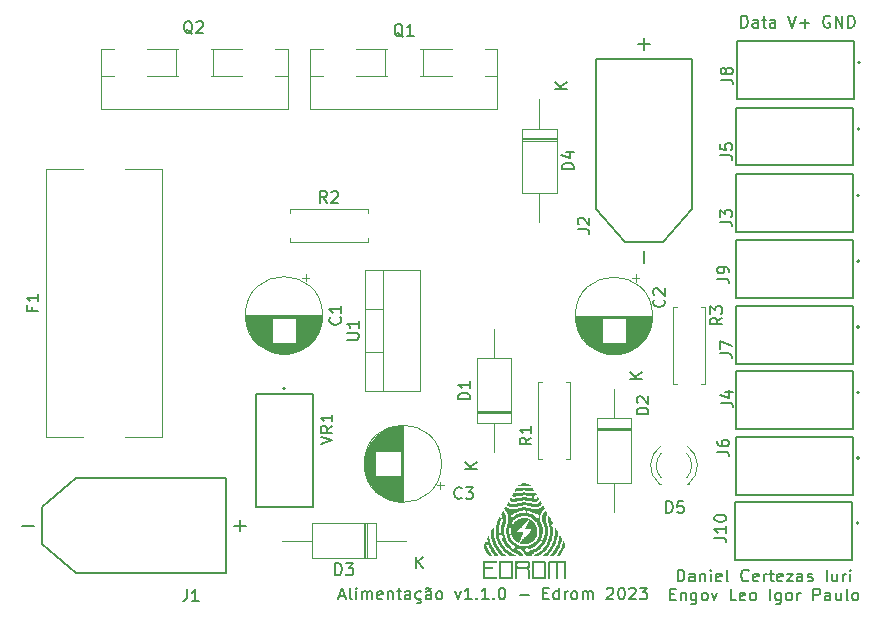
<source format=gbr>
%TF.GenerationSoftware,KiCad,Pcbnew,6.0.2+dfsg-1*%
%TF.CreationDate,2023-08-31T23:14:49-03:00*%
%TF.ProjectId,placa_alimentacao,706c6163-615f-4616-9c69-6d656e746163,rev?*%
%TF.SameCoordinates,Original*%
%TF.FileFunction,Legend,Top*%
%TF.FilePolarity,Positive*%
%FSLAX46Y46*%
G04 Gerber Fmt 4.6, Leading zero omitted, Abs format (unit mm)*
G04 Created by KiCad (PCBNEW 6.0.2+dfsg-1) date 2023-08-31 23:14:49*
%MOMM*%
%LPD*%
G01*
G04 APERTURE LIST*
%ADD10C,0.150000*%
%ADD11C,0.120000*%
%ADD12C,0.127000*%
%ADD13C,0.200000*%
G04 APERTURE END LIST*
D10*
X157790476Y-69497380D02*
X157790476Y-68497380D01*
X158028571Y-68497380D01*
X158171428Y-68545000D01*
X158266666Y-68640238D01*
X158314285Y-68735476D01*
X158361904Y-68925952D01*
X158361904Y-69068809D01*
X158314285Y-69259285D01*
X158266666Y-69354523D01*
X158171428Y-69449761D01*
X158028571Y-69497380D01*
X157790476Y-69497380D01*
X159219047Y-69497380D02*
X159219047Y-68973571D01*
X159171428Y-68878333D01*
X159076190Y-68830714D01*
X158885714Y-68830714D01*
X158790476Y-68878333D01*
X159219047Y-69449761D02*
X159123809Y-69497380D01*
X158885714Y-69497380D01*
X158790476Y-69449761D01*
X158742857Y-69354523D01*
X158742857Y-69259285D01*
X158790476Y-69164047D01*
X158885714Y-69116428D01*
X159123809Y-69116428D01*
X159219047Y-69068809D01*
X159695238Y-68830714D02*
X159695238Y-69497380D01*
X159695238Y-68925952D02*
X159742857Y-68878333D01*
X159838095Y-68830714D01*
X159980952Y-68830714D01*
X160076190Y-68878333D01*
X160123809Y-68973571D01*
X160123809Y-69497380D01*
X160600000Y-69497380D02*
X160600000Y-68830714D01*
X160600000Y-68497380D02*
X160552380Y-68545000D01*
X160600000Y-68592619D01*
X160647619Y-68545000D01*
X160600000Y-68497380D01*
X160600000Y-68592619D01*
X161457142Y-69449761D02*
X161361904Y-69497380D01*
X161171428Y-69497380D01*
X161076190Y-69449761D01*
X161028571Y-69354523D01*
X161028571Y-68973571D01*
X161076190Y-68878333D01*
X161171428Y-68830714D01*
X161361904Y-68830714D01*
X161457142Y-68878333D01*
X161504761Y-68973571D01*
X161504761Y-69068809D01*
X161028571Y-69164047D01*
X162076190Y-69497380D02*
X161980952Y-69449761D01*
X161933333Y-69354523D01*
X161933333Y-68497380D01*
X163790476Y-69402142D02*
X163742857Y-69449761D01*
X163600000Y-69497380D01*
X163504761Y-69497380D01*
X163361904Y-69449761D01*
X163266666Y-69354523D01*
X163219047Y-69259285D01*
X163171428Y-69068809D01*
X163171428Y-68925952D01*
X163219047Y-68735476D01*
X163266666Y-68640238D01*
X163361904Y-68545000D01*
X163504761Y-68497380D01*
X163600000Y-68497380D01*
X163742857Y-68545000D01*
X163790476Y-68592619D01*
X164600000Y-69449761D02*
X164504761Y-69497380D01*
X164314285Y-69497380D01*
X164219047Y-69449761D01*
X164171428Y-69354523D01*
X164171428Y-68973571D01*
X164219047Y-68878333D01*
X164314285Y-68830714D01*
X164504761Y-68830714D01*
X164600000Y-68878333D01*
X164647619Y-68973571D01*
X164647619Y-69068809D01*
X164171428Y-69164047D01*
X165076190Y-69497380D02*
X165076190Y-68830714D01*
X165076190Y-69021190D02*
X165123809Y-68925952D01*
X165171428Y-68878333D01*
X165266666Y-68830714D01*
X165361904Y-68830714D01*
X165552380Y-68830714D02*
X165933333Y-68830714D01*
X165695238Y-68497380D02*
X165695238Y-69354523D01*
X165742857Y-69449761D01*
X165838095Y-69497380D01*
X165933333Y-69497380D01*
X166647619Y-69449761D02*
X166552380Y-69497380D01*
X166361904Y-69497380D01*
X166266666Y-69449761D01*
X166219047Y-69354523D01*
X166219047Y-68973571D01*
X166266666Y-68878333D01*
X166361904Y-68830714D01*
X166552380Y-68830714D01*
X166647619Y-68878333D01*
X166695238Y-68973571D01*
X166695238Y-69068809D01*
X166219047Y-69164047D01*
X167028571Y-68830714D02*
X167552380Y-68830714D01*
X167028571Y-69497380D01*
X167552380Y-69497380D01*
X168361904Y-69497380D02*
X168361904Y-68973571D01*
X168314285Y-68878333D01*
X168219047Y-68830714D01*
X168028571Y-68830714D01*
X167933333Y-68878333D01*
X168361904Y-69449761D02*
X168266666Y-69497380D01*
X168028571Y-69497380D01*
X167933333Y-69449761D01*
X167885714Y-69354523D01*
X167885714Y-69259285D01*
X167933333Y-69164047D01*
X168028571Y-69116428D01*
X168266666Y-69116428D01*
X168361904Y-69068809D01*
X168790476Y-69449761D02*
X168885714Y-69497380D01*
X169076190Y-69497380D01*
X169171428Y-69449761D01*
X169219047Y-69354523D01*
X169219047Y-69306904D01*
X169171428Y-69211666D01*
X169076190Y-69164047D01*
X168933333Y-69164047D01*
X168838095Y-69116428D01*
X168790476Y-69021190D01*
X168790476Y-68973571D01*
X168838095Y-68878333D01*
X168933333Y-68830714D01*
X169076190Y-68830714D01*
X169171428Y-68878333D01*
X170409523Y-69497380D02*
X170409523Y-68497380D01*
X171314285Y-68830714D02*
X171314285Y-69497380D01*
X170885714Y-68830714D02*
X170885714Y-69354523D01*
X170933333Y-69449761D01*
X171028571Y-69497380D01*
X171171428Y-69497380D01*
X171266666Y-69449761D01*
X171314285Y-69402142D01*
X171790476Y-69497380D02*
X171790476Y-68830714D01*
X171790476Y-69021190D02*
X171838095Y-68925952D01*
X171885714Y-68878333D01*
X171980952Y-68830714D01*
X172076190Y-68830714D01*
X172409523Y-69497380D02*
X172409523Y-68830714D01*
X172409523Y-68497380D02*
X172361904Y-68545000D01*
X172409523Y-68592619D01*
X172457142Y-68545000D01*
X172409523Y-68497380D01*
X172409523Y-68592619D01*
X157147619Y-70583571D02*
X157480952Y-70583571D01*
X157623809Y-71107380D02*
X157147619Y-71107380D01*
X157147619Y-70107380D01*
X157623809Y-70107380D01*
X158052380Y-70440714D02*
X158052380Y-71107380D01*
X158052380Y-70535952D02*
X158100000Y-70488333D01*
X158195238Y-70440714D01*
X158338095Y-70440714D01*
X158433333Y-70488333D01*
X158480952Y-70583571D01*
X158480952Y-71107380D01*
X159385714Y-70440714D02*
X159385714Y-71250238D01*
X159338095Y-71345476D01*
X159290476Y-71393095D01*
X159195238Y-71440714D01*
X159052380Y-71440714D01*
X158957142Y-71393095D01*
X159385714Y-71059761D02*
X159290476Y-71107380D01*
X159100000Y-71107380D01*
X159004761Y-71059761D01*
X158957142Y-71012142D01*
X158909523Y-70916904D01*
X158909523Y-70631190D01*
X158957142Y-70535952D01*
X159004761Y-70488333D01*
X159100000Y-70440714D01*
X159290476Y-70440714D01*
X159385714Y-70488333D01*
X160004761Y-71107380D02*
X159909523Y-71059761D01*
X159861904Y-71012142D01*
X159814285Y-70916904D01*
X159814285Y-70631190D01*
X159861904Y-70535952D01*
X159909523Y-70488333D01*
X160004761Y-70440714D01*
X160147619Y-70440714D01*
X160242857Y-70488333D01*
X160290476Y-70535952D01*
X160338095Y-70631190D01*
X160338095Y-70916904D01*
X160290476Y-71012142D01*
X160242857Y-71059761D01*
X160147619Y-71107380D01*
X160004761Y-71107380D01*
X160671428Y-70440714D02*
X160909523Y-71107380D01*
X161147619Y-70440714D01*
X162766666Y-71107380D02*
X162290476Y-71107380D01*
X162290476Y-70107380D01*
X163480952Y-71059761D02*
X163385714Y-71107380D01*
X163195238Y-71107380D01*
X163100000Y-71059761D01*
X163052380Y-70964523D01*
X163052380Y-70583571D01*
X163100000Y-70488333D01*
X163195238Y-70440714D01*
X163385714Y-70440714D01*
X163480952Y-70488333D01*
X163528571Y-70583571D01*
X163528571Y-70678809D01*
X163052380Y-70774047D01*
X164100000Y-71107380D02*
X164004761Y-71059761D01*
X163957142Y-71012142D01*
X163909523Y-70916904D01*
X163909523Y-70631190D01*
X163957142Y-70535952D01*
X164004761Y-70488333D01*
X164100000Y-70440714D01*
X164242857Y-70440714D01*
X164338095Y-70488333D01*
X164385714Y-70535952D01*
X164433333Y-70631190D01*
X164433333Y-70916904D01*
X164385714Y-71012142D01*
X164338095Y-71059761D01*
X164242857Y-71107380D01*
X164100000Y-71107380D01*
X165623809Y-71107380D02*
X165623809Y-70107380D01*
X166528571Y-70440714D02*
X166528571Y-71250238D01*
X166480952Y-71345476D01*
X166433333Y-71393095D01*
X166338095Y-71440714D01*
X166195238Y-71440714D01*
X166100000Y-71393095D01*
X166528571Y-71059761D02*
X166433333Y-71107380D01*
X166242857Y-71107380D01*
X166147619Y-71059761D01*
X166100000Y-71012142D01*
X166052380Y-70916904D01*
X166052380Y-70631190D01*
X166100000Y-70535952D01*
X166147619Y-70488333D01*
X166242857Y-70440714D01*
X166433333Y-70440714D01*
X166528571Y-70488333D01*
X167147619Y-71107380D02*
X167052380Y-71059761D01*
X167004761Y-71012142D01*
X166957142Y-70916904D01*
X166957142Y-70631190D01*
X167004761Y-70535952D01*
X167052380Y-70488333D01*
X167147619Y-70440714D01*
X167290476Y-70440714D01*
X167385714Y-70488333D01*
X167433333Y-70535952D01*
X167480952Y-70631190D01*
X167480952Y-70916904D01*
X167433333Y-71012142D01*
X167385714Y-71059761D01*
X167290476Y-71107380D01*
X167147619Y-71107380D01*
X167909523Y-71107380D02*
X167909523Y-70440714D01*
X167909523Y-70631190D02*
X167957142Y-70535952D01*
X168004761Y-70488333D01*
X168100000Y-70440714D01*
X168195238Y-70440714D01*
X169290476Y-71107380D02*
X169290476Y-70107380D01*
X169671428Y-70107380D01*
X169766666Y-70155000D01*
X169814285Y-70202619D01*
X169861904Y-70297857D01*
X169861904Y-70440714D01*
X169814285Y-70535952D01*
X169766666Y-70583571D01*
X169671428Y-70631190D01*
X169290476Y-70631190D01*
X170719047Y-71107380D02*
X170719047Y-70583571D01*
X170671428Y-70488333D01*
X170576190Y-70440714D01*
X170385714Y-70440714D01*
X170290476Y-70488333D01*
X170719047Y-71059761D02*
X170623809Y-71107380D01*
X170385714Y-71107380D01*
X170290476Y-71059761D01*
X170242857Y-70964523D01*
X170242857Y-70869285D01*
X170290476Y-70774047D01*
X170385714Y-70726428D01*
X170623809Y-70726428D01*
X170719047Y-70678809D01*
X171623809Y-70440714D02*
X171623809Y-71107380D01*
X171195238Y-70440714D02*
X171195238Y-70964523D01*
X171242857Y-71059761D01*
X171338095Y-71107380D01*
X171480952Y-71107380D01*
X171576190Y-71059761D01*
X171623809Y-71012142D01*
X172242857Y-71107380D02*
X172147619Y-71059761D01*
X172100000Y-70964523D01*
X172100000Y-70107380D01*
X172766666Y-71107380D02*
X172671428Y-71059761D01*
X172623809Y-71012142D01*
X172576190Y-70916904D01*
X172576190Y-70631190D01*
X172623809Y-70535952D01*
X172671428Y-70488333D01*
X172766666Y-70440714D01*
X172909523Y-70440714D01*
X173004761Y-70488333D01*
X173052380Y-70535952D01*
X173100000Y-70631190D01*
X173100000Y-70916904D01*
X173052380Y-71012142D01*
X173004761Y-71059761D01*
X172909523Y-71107380D01*
X172766666Y-71107380D01*
X129166953Y-70729006D02*
X129643143Y-70729006D01*
X129071715Y-71014720D02*
X129405048Y-70014720D01*
X129738382Y-71014720D01*
X130214572Y-71014720D02*
X130119334Y-70967101D01*
X130071715Y-70871863D01*
X130071715Y-70014720D01*
X130595524Y-71014720D02*
X130595524Y-70348054D01*
X130595524Y-70014720D02*
X130547905Y-70062340D01*
X130595524Y-70109959D01*
X130643143Y-70062340D01*
X130595524Y-70014720D01*
X130595524Y-70109959D01*
X131071715Y-71014720D02*
X131071715Y-70348054D01*
X131071715Y-70443292D02*
X131119334Y-70395673D01*
X131214572Y-70348054D01*
X131357429Y-70348054D01*
X131452667Y-70395673D01*
X131500286Y-70490911D01*
X131500286Y-71014720D01*
X131500286Y-70490911D02*
X131547905Y-70395673D01*
X131643143Y-70348054D01*
X131786001Y-70348054D01*
X131881239Y-70395673D01*
X131928858Y-70490911D01*
X131928858Y-71014720D01*
X132786001Y-70967101D02*
X132690763Y-71014720D01*
X132500286Y-71014720D01*
X132405048Y-70967101D01*
X132357429Y-70871863D01*
X132357429Y-70490911D01*
X132405048Y-70395673D01*
X132500286Y-70348054D01*
X132690763Y-70348054D01*
X132786001Y-70395673D01*
X132833620Y-70490911D01*
X132833620Y-70586149D01*
X132357429Y-70681387D01*
X133262191Y-70348054D02*
X133262191Y-71014720D01*
X133262191Y-70443292D02*
X133309810Y-70395673D01*
X133405048Y-70348054D01*
X133547905Y-70348054D01*
X133643143Y-70395673D01*
X133690763Y-70490911D01*
X133690763Y-71014720D01*
X134024096Y-70348054D02*
X134405048Y-70348054D01*
X134166953Y-70014720D02*
X134166953Y-70871863D01*
X134214572Y-70967101D01*
X134309810Y-71014720D01*
X134405048Y-71014720D01*
X135166953Y-71014720D02*
X135166953Y-70490911D01*
X135119334Y-70395673D01*
X135024096Y-70348054D01*
X134833620Y-70348054D01*
X134738382Y-70395673D01*
X135166953Y-70967101D02*
X135071715Y-71014720D01*
X134833620Y-71014720D01*
X134738382Y-70967101D01*
X134690763Y-70871863D01*
X134690763Y-70776625D01*
X134738382Y-70681387D01*
X134833620Y-70633768D01*
X135071715Y-70633768D01*
X135166953Y-70586149D01*
X136071715Y-70967101D02*
X135976477Y-71014720D01*
X135786001Y-71014720D01*
X135690763Y-70967101D01*
X135643143Y-70919482D01*
X135595524Y-70824244D01*
X135595524Y-70538530D01*
X135643143Y-70443292D01*
X135690763Y-70395673D01*
X135786001Y-70348054D01*
X135976477Y-70348054D01*
X136071715Y-70395673D01*
X135881239Y-71062340D02*
X135976477Y-71109959D01*
X136024096Y-71205197D01*
X135976477Y-71300435D01*
X135881239Y-71348054D01*
X135738382Y-71348054D01*
X136928858Y-71014720D02*
X136928858Y-70490911D01*
X136881239Y-70395673D01*
X136786001Y-70348054D01*
X136595524Y-70348054D01*
X136500286Y-70395673D01*
X136928858Y-70967101D02*
X136833620Y-71014720D01*
X136595524Y-71014720D01*
X136500286Y-70967101D01*
X136452667Y-70871863D01*
X136452667Y-70776625D01*
X136500286Y-70681387D01*
X136595524Y-70633768D01*
X136833620Y-70633768D01*
X136928858Y-70586149D01*
X136452667Y-70109959D02*
X136500286Y-70062340D01*
X136595524Y-70014720D01*
X136786001Y-70109959D01*
X136881239Y-70062340D01*
X136928858Y-70014720D01*
X137547905Y-71014720D02*
X137452667Y-70967101D01*
X137405048Y-70919482D01*
X137357429Y-70824244D01*
X137357429Y-70538530D01*
X137405048Y-70443292D01*
X137452667Y-70395673D01*
X137547905Y-70348054D01*
X137690763Y-70348054D01*
X137786001Y-70395673D01*
X137833620Y-70443292D01*
X137881239Y-70538530D01*
X137881239Y-70824244D01*
X137833620Y-70919482D01*
X137786001Y-70967101D01*
X137690763Y-71014720D01*
X137547905Y-71014720D01*
X138976477Y-70348054D02*
X139214572Y-71014720D01*
X139452667Y-70348054D01*
X140357429Y-71014720D02*
X139786001Y-71014720D01*
X140071715Y-71014720D02*
X140071715Y-70014720D01*
X139976477Y-70157578D01*
X139881239Y-70252816D01*
X139786001Y-70300435D01*
X140786001Y-70919482D02*
X140833620Y-70967101D01*
X140786001Y-71014720D01*
X140738382Y-70967101D01*
X140786001Y-70919482D01*
X140786001Y-71014720D01*
X141786001Y-71014720D02*
X141214572Y-71014720D01*
X141500286Y-71014720D02*
X141500286Y-70014720D01*
X141405048Y-70157578D01*
X141309810Y-70252816D01*
X141214572Y-70300435D01*
X142214572Y-70919482D02*
X142262191Y-70967101D01*
X142214572Y-71014720D01*
X142166953Y-70967101D01*
X142214572Y-70919482D01*
X142214572Y-71014720D01*
X142881239Y-70014720D02*
X142976477Y-70014720D01*
X143071715Y-70062340D01*
X143119334Y-70109959D01*
X143166953Y-70205197D01*
X143214572Y-70395673D01*
X143214572Y-70633768D01*
X143166953Y-70824244D01*
X143119334Y-70919482D01*
X143071715Y-70967101D01*
X142976477Y-71014720D01*
X142881239Y-71014720D01*
X142786001Y-70967101D01*
X142738382Y-70919482D01*
X142690763Y-70824244D01*
X142643143Y-70633768D01*
X142643143Y-70395673D01*
X142690763Y-70205197D01*
X142738382Y-70109959D01*
X142786001Y-70062340D01*
X142881239Y-70014720D01*
X144405048Y-70633768D02*
X145166953Y-70633768D01*
X146405048Y-70490911D02*
X146738382Y-70490911D01*
X146881239Y-71014720D02*
X146405048Y-71014720D01*
X146405048Y-70014720D01*
X146881239Y-70014720D01*
X147738382Y-71014720D02*
X147738382Y-70014720D01*
X147738382Y-70967101D02*
X147643143Y-71014720D01*
X147452667Y-71014720D01*
X147357429Y-70967101D01*
X147309810Y-70919482D01*
X147262191Y-70824244D01*
X147262191Y-70538530D01*
X147309810Y-70443292D01*
X147357429Y-70395673D01*
X147452667Y-70348054D01*
X147643143Y-70348054D01*
X147738382Y-70395673D01*
X148214572Y-71014720D02*
X148214572Y-70348054D01*
X148214572Y-70538530D02*
X148262191Y-70443292D01*
X148309810Y-70395673D01*
X148405048Y-70348054D01*
X148500286Y-70348054D01*
X148976477Y-71014720D02*
X148881239Y-70967101D01*
X148833620Y-70919482D01*
X148786001Y-70824244D01*
X148786001Y-70538530D01*
X148833620Y-70443292D01*
X148881239Y-70395673D01*
X148976477Y-70348054D01*
X149119334Y-70348054D01*
X149214572Y-70395673D01*
X149262191Y-70443292D01*
X149309810Y-70538530D01*
X149309810Y-70824244D01*
X149262191Y-70919482D01*
X149214572Y-70967101D01*
X149119334Y-71014720D01*
X148976477Y-71014720D01*
X149738382Y-71014720D02*
X149738382Y-70348054D01*
X149738382Y-70443292D02*
X149786001Y-70395673D01*
X149881239Y-70348054D01*
X150024096Y-70348054D01*
X150119334Y-70395673D01*
X150166953Y-70490911D01*
X150166953Y-71014720D01*
X150166953Y-70490911D02*
X150214572Y-70395673D01*
X150309810Y-70348054D01*
X150452667Y-70348054D01*
X150547905Y-70395673D01*
X150595524Y-70490911D01*
X150595524Y-71014720D01*
X151786001Y-70109959D02*
X151833620Y-70062340D01*
X151928858Y-70014720D01*
X152166953Y-70014720D01*
X152262191Y-70062340D01*
X152309810Y-70109959D01*
X152357429Y-70205197D01*
X152357429Y-70300435D01*
X152309810Y-70443292D01*
X151738382Y-71014720D01*
X152357429Y-71014720D01*
X152976477Y-70014720D02*
X153071715Y-70014720D01*
X153166953Y-70062340D01*
X153214572Y-70109959D01*
X153262191Y-70205197D01*
X153309810Y-70395673D01*
X153309810Y-70633768D01*
X153262191Y-70824244D01*
X153214572Y-70919482D01*
X153166953Y-70967101D01*
X153071715Y-71014720D01*
X152976477Y-71014720D01*
X152881239Y-70967101D01*
X152833620Y-70919482D01*
X152786001Y-70824244D01*
X152738382Y-70633768D01*
X152738382Y-70395673D01*
X152786001Y-70205197D01*
X152833620Y-70109959D01*
X152881239Y-70062340D01*
X152976477Y-70014720D01*
X153690763Y-70109959D02*
X153738382Y-70062340D01*
X153833620Y-70014720D01*
X154071715Y-70014720D01*
X154166953Y-70062340D01*
X154214572Y-70109959D01*
X154262191Y-70205197D01*
X154262191Y-70300435D01*
X154214572Y-70443292D01*
X153643143Y-71014720D01*
X154262191Y-71014720D01*
X154595524Y-70014720D02*
X155214572Y-70014720D01*
X154881239Y-70395673D01*
X155024096Y-70395673D01*
X155119334Y-70443292D01*
X155166953Y-70490911D01*
X155214572Y-70586149D01*
X155214572Y-70824244D01*
X155166953Y-70919482D01*
X155119334Y-70967101D01*
X155024096Y-71014720D01*
X154738382Y-71014720D01*
X154643143Y-70967101D01*
X154595524Y-70919482D01*
X163161229Y-22608040D02*
X163161229Y-21608040D01*
X163399324Y-21608040D01*
X163542182Y-21655660D01*
X163637420Y-21750898D01*
X163685039Y-21846136D01*
X163732658Y-22036612D01*
X163732658Y-22179469D01*
X163685039Y-22369945D01*
X163637420Y-22465183D01*
X163542182Y-22560421D01*
X163399324Y-22608040D01*
X163161229Y-22608040D01*
X164589801Y-22608040D02*
X164589801Y-22084231D01*
X164542182Y-21988993D01*
X164446944Y-21941374D01*
X164256467Y-21941374D01*
X164161229Y-21988993D01*
X164589801Y-22560421D02*
X164494563Y-22608040D01*
X164256467Y-22608040D01*
X164161229Y-22560421D01*
X164113610Y-22465183D01*
X164113610Y-22369945D01*
X164161229Y-22274707D01*
X164256467Y-22227088D01*
X164494563Y-22227088D01*
X164589801Y-22179469D01*
X164923134Y-21941374D02*
X165304086Y-21941374D01*
X165065991Y-21608040D02*
X165065991Y-22465183D01*
X165113610Y-22560421D01*
X165208848Y-22608040D01*
X165304086Y-22608040D01*
X166065991Y-22608040D02*
X166065991Y-22084231D01*
X166018372Y-21988993D01*
X165923134Y-21941374D01*
X165732658Y-21941374D01*
X165637420Y-21988993D01*
X166065991Y-22560421D02*
X165970753Y-22608040D01*
X165732658Y-22608040D01*
X165637420Y-22560421D01*
X165589801Y-22465183D01*
X165589801Y-22369945D01*
X165637420Y-22274707D01*
X165732658Y-22227088D01*
X165970753Y-22227088D01*
X166065991Y-22179469D01*
X167161229Y-21608040D02*
X167494563Y-22608040D01*
X167827896Y-21608040D01*
X168161229Y-22227088D02*
X168923134Y-22227088D01*
X168542182Y-22608040D02*
X168542182Y-21846136D01*
X170685039Y-21655660D02*
X170589801Y-21608040D01*
X170446944Y-21608040D01*
X170304086Y-21655660D01*
X170208848Y-21750898D01*
X170161229Y-21846136D01*
X170113610Y-22036612D01*
X170113610Y-22179469D01*
X170161229Y-22369945D01*
X170208848Y-22465183D01*
X170304086Y-22560421D01*
X170446944Y-22608040D01*
X170542182Y-22608040D01*
X170685039Y-22560421D01*
X170732658Y-22512802D01*
X170732658Y-22179469D01*
X170542182Y-22179469D01*
X171161229Y-22608040D02*
X171161229Y-21608040D01*
X171732658Y-22608040D01*
X171732658Y-21608040D01*
X172208848Y-22608040D02*
X172208848Y-21608040D01*
X172446944Y-21608040D01*
X172589801Y-21655660D01*
X172685039Y-21750898D01*
X172732658Y-21846136D01*
X172780277Y-22036612D01*
X172780277Y-22179469D01*
X172732658Y-22369945D01*
X172685039Y-22465183D01*
X172589801Y-22560421D01*
X172446944Y-22608040D01*
X172208848Y-22608040D01*
%TO.C,F1*%
X103148571Y-46233333D02*
X103148571Y-46566666D01*
X103672380Y-46566666D02*
X102672380Y-46566666D01*
X102672380Y-46090476D01*
X103672380Y-45185714D02*
X103672380Y-45757142D01*
X103672380Y-45471428D02*
X102672380Y-45471428D01*
X102815238Y-45566666D01*
X102910476Y-45661904D01*
X102958095Y-45757142D01*
%TO.C,C3*%
X139503012Y-62424217D02*
X139455393Y-62471836D01*
X139312536Y-62519455D01*
X139217298Y-62519455D01*
X139074440Y-62471836D01*
X138979202Y-62376598D01*
X138931583Y-62281360D01*
X138883964Y-62090884D01*
X138883964Y-61948027D01*
X138931583Y-61757551D01*
X138979202Y-61662313D01*
X139074440Y-61567075D01*
X139217298Y-61519455D01*
X139312536Y-61519455D01*
X139455393Y-61567075D01*
X139503012Y-61614694D01*
X139836345Y-61519455D02*
X140455393Y-61519455D01*
X140122059Y-61900408D01*
X140264917Y-61900408D01*
X140360155Y-61948027D01*
X140407774Y-61995646D01*
X140455393Y-62090884D01*
X140455393Y-62328979D01*
X140407774Y-62424217D01*
X140360155Y-62471836D01*
X140264917Y-62519455D01*
X139979202Y-62519455D01*
X139883964Y-62471836D01*
X139836345Y-62424217D01*
%TO.C,R3*%
X161572380Y-47156666D02*
X161096190Y-47490000D01*
X161572380Y-47728095D02*
X160572380Y-47728095D01*
X160572380Y-47347142D01*
X160620000Y-47251904D01*
X160667619Y-47204285D01*
X160762857Y-47156666D01*
X160905714Y-47156666D01*
X161000952Y-47204285D01*
X161048571Y-47251904D01*
X161096190Y-47347142D01*
X161096190Y-47728095D01*
X160572380Y-46823333D02*
X160572380Y-46204285D01*
X160953333Y-46537619D01*
X160953333Y-46394761D01*
X161000952Y-46299523D01*
X161048571Y-46251904D01*
X161143809Y-46204285D01*
X161381904Y-46204285D01*
X161477142Y-46251904D01*
X161524761Y-46299523D01*
X161572380Y-46394761D01*
X161572380Y-46680476D01*
X161524761Y-46775714D01*
X161477142Y-46823333D01*
%TO.C,D5*%
X156805826Y-63694576D02*
X156805826Y-62694576D01*
X157043922Y-62694576D01*
X157186779Y-62742196D01*
X157282017Y-62837434D01*
X157329636Y-62932672D01*
X157377255Y-63123148D01*
X157377255Y-63266005D01*
X157329636Y-63456481D01*
X157282017Y-63551719D01*
X157186779Y-63646957D01*
X157043922Y-63694576D01*
X156805826Y-63694576D01*
X158282017Y-62694576D02*
X157805826Y-62694576D01*
X157758207Y-63170767D01*
X157805826Y-63123148D01*
X157901064Y-63075529D01*
X158139160Y-63075529D01*
X158234398Y-63123148D01*
X158282017Y-63170767D01*
X158329636Y-63266005D01*
X158329636Y-63504100D01*
X158282017Y-63599338D01*
X158234398Y-63646957D01*
X158139160Y-63694576D01*
X157901064Y-63694576D01*
X157805826Y-63646957D01*
X157758207Y-63599338D01*
%TO.C,C1*%
X129217142Y-47136666D02*
X129264761Y-47184285D01*
X129312380Y-47327142D01*
X129312380Y-47422380D01*
X129264761Y-47565238D01*
X129169523Y-47660476D01*
X129074285Y-47708095D01*
X128883809Y-47755714D01*
X128740952Y-47755714D01*
X128550476Y-47708095D01*
X128455238Y-47660476D01*
X128360000Y-47565238D01*
X128312380Y-47422380D01*
X128312380Y-47327142D01*
X128360000Y-47184285D01*
X128407619Y-47136666D01*
X129312380Y-46184285D02*
X129312380Y-46755714D01*
X129312380Y-46470000D02*
X128312380Y-46470000D01*
X128455238Y-46565238D01*
X128550476Y-46660476D01*
X128598095Y-46755714D01*
%TO.C,J3*%
X161388781Y-39047020D02*
X162104017Y-39047020D01*
X162247064Y-39094702D01*
X162342429Y-39190067D01*
X162390112Y-39333114D01*
X162390112Y-39428479D01*
X161388781Y-38665560D02*
X161388781Y-38045689D01*
X161770240Y-38379466D01*
X161770240Y-38236418D01*
X161817922Y-38141053D01*
X161865605Y-38093371D01*
X161960970Y-38045689D01*
X162199382Y-38045689D01*
X162294747Y-38093371D01*
X162342429Y-38141053D01*
X162390112Y-38236418D01*
X162390112Y-38522513D01*
X162342429Y-38617878D01*
X162294747Y-38665560D01*
%TO.C,Q1*%
X134536158Y-23407471D02*
X134440920Y-23359852D01*
X134345682Y-23264613D01*
X134202825Y-23121756D01*
X134107587Y-23074137D01*
X134012349Y-23074137D01*
X134059968Y-23312232D02*
X133964730Y-23264613D01*
X133869492Y-23169375D01*
X133821873Y-22978899D01*
X133821873Y-22645566D01*
X133869492Y-22455090D01*
X133964730Y-22359852D01*
X134059968Y-22312232D01*
X134250444Y-22312232D01*
X134345682Y-22359852D01*
X134440920Y-22455090D01*
X134488539Y-22645566D01*
X134488539Y-22978899D01*
X134440920Y-23169375D01*
X134345682Y-23264613D01*
X134250444Y-23312232D01*
X134059968Y-23312232D01*
X135440920Y-23312232D02*
X134869492Y-23312232D01*
X135155206Y-23312232D02*
X135155206Y-22312232D01*
X135059968Y-22455090D01*
X134964730Y-22550328D01*
X134869492Y-22597947D01*
%TO.C,D2*%
X155322380Y-55348095D02*
X154322380Y-55348095D01*
X154322380Y-55110000D01*
X154370000Y-54967142D01*
X154465238Y-54871904D01*
X154560476Y-54824285D01*
X154750952Y-54776666D01*
X154893809Y-54776666D01*
X155084285Y-54824285D01*
X155179523Y-54871904D01*
X155274761Y-54967142D01*
X155322380Y-55110000D01*
X155322380Y-55348095D01*
X154417619Y-54395714D02*
X154370000Y-54348095D01*
X154322380Y-54252857D01*
X154322380Y-54014761D01*
X154370000Y-53919523D01*
X154417619Y-53871904D01*
X154512857Y-53824285D01*
X154608095Y-53824285D01*
X154750952Y-53871904D01*
X155322380Y-54443333D01*
X155322380Y-53824285D01*
X154752380Y-52331904D02*
X153752380Y-52331904D01*
X154752380Y-51760476D02*
X154180952Y-52189047D01*
X153752380Y-51760476D02*
X154323809Y-52331904D01*
%TO.C,J6*%
X161138235Y-58499864D02*
X161853471Y-58499864D01*
X161996518Y-58547546D01*
X162091883Y-58642911D01*
X162139566Y-58785958D01*
X162139566Y-58881323D01*
X161138235Y-57593897D02*
X161138235Y-57784627D01*
X161185917Y-57879992D01*
X161233599Y-57927674D01*
X161376647Y-58023039D01*
X161567376Y-58070722D01*
X161948836Y-58070722D01*
X162044201Y-58023039D01*
X162091883Y-57975357D01*
X162139566Y-57879992D01*
X162139566Y-57689262D01*
X162091883Y-57593897D01*
X162044201Y-57546215D01*
X161948836Y-57498533D01*
X161710424Y-57498533D01*
X161615059Y-57546215D01*
X161567376Y-57593897D01*
X161519694Y-57689262D01*
X161519694Y-57879992D01*
X161567376Y-57975357D01*
X161615059Y-58023039D01*
X161710424Y-58070722D01*
%TO.C,J8*%
X161445965Y-27003777D02*
X162161201Y-27003777D01*
X162304248Y-27051459D01*
X162399613Y-27146824D01*
X162447296Y-27289871D01*
X162447296Y-27385236D01*
X161875106Y-26383905D02*
X161827424Y-26479270D01*
X161779742Y-26526952D01*
X161684377Y-26574635D01*
X161636694Y-26574635D01*
X161541329Y-26526952D01*
X161493647Y-26479270D01*
X161445965Y-26383905D01*
X161445965Y-26193175D01*
X161493647Y-26097810D01*
X161541329Y-26050128D01*
X161636694Y-26002446D01*
X161684377Y-26002446D01*
X161779742Y-26050128D01*
X161827424Y-26097810D01*
X161875106Y-26193175D01*
X161875106Y-26383905D01*
X161922789Y-26479270D01*
X161970471Y-26526952D01*
X162065836Y-26574635D01*
X162256566Y-26574635D01*
X162351931Y-26526952D01*
X162399613Y-26479270D01*
X162447296Y-26383905D01*
X162447296Y-26193175D01*
X162399613Y-26097810D01*
X162351931Y-26050128D01*
X162256566Y-26002446D01*
X162065836Y-26002446D01*
X161970471Y-26050128D01*
X161922789Y-26097810D01*
X161875106Y-26193175D01*
%TO.C,C2*%
X156624108Y-45640425D02*
X156671727Y-45688044D01*
X156719346Y-45830901D01*
X156719346Y-45926139D01*
X156671727Y-46068997D01*
X156576489Y-46164235D01*
X156481251Y-46211854D01*
X156290775Y-46259473D01*
X156147918Y-46259473D01*
X155957442Y-46211854D01*
X155862204Y-46164235D01*
X155766966Y-46068997D01*
X155719346Y-45926139D01*
X155719346Y-45830901D01*
X155766966Y-45688044D01*
X155814585Y-45640425D01*
X155814585Y-45259473D02*
X155766966Y-45211854D01*
X155719346Y-45116616D01*
X155719346Y-44878520D01*
X155766966Y-44783282D01*
X155814585Y-44735663D01*
X155909823Y-44688044D01*
X156005061Y-44688044D01*
X156147918Y-44735663D01*
X156719346Y-45307092D01*
X156719346Y-44688044D01*
%TO.C,VR1*%
X127560615Y-57902292D02*
X128564898Y-57567531D01*
X127560615Y-57232770D01*
X128564898Y-56324133D02*
X128086668Y-56658894D01*
X128564898Y-56898009D02*
X127560615Y-56898009D01*
X127560615Y-56515425D01*
X127608438Y-56419779D01*
X127656261Y-56371956D01*
X127751907Y-56324133D01*
X127895376Y-56324133D01*
X127991022Y-56371956D01*
X128038845Y-56419779D01*
X128086668Y-56515425D01*
X128086668Y-56898009D01*
X128564898Y-55367673D02*
X128564898Y-55941549D01*
X128564898Y-55654611D02*
X127560615Y-55654611D01*
X127704084Y-55750257D01*
X127799730Y-55845903D01*
X127847553Y-55941549D01*
%TO.C,R1*%
X145402380Y-57316666D02*
X144926190Y-57650000D01*
X145402380Y-57888095D02*
X144402380Y-57888095D01*
X144402380Y-57507142D01*
X144450000Y-57411904D01*
X144497619Y-57364285D01*
X144592857Y-57316666D01*
X144735714Y-57316666D01*
X144830952Y-57364285D01*
X144878571Y-57411904D01*
X144926190Y-57507142D01*
X144926190Y-57888095D01*
X145402380Y-56364285D02*
X145402380Y-56935714D01*
X145402380Y-56650000D02*
X144402380Y-56650000D01*
X144545238Y-56745238D01*
X144640476Y-56840476D01*
X144688095Y-56935714D01*
%TO.C,J10*%
X160894262Y-65813129D02*
X161609498Y-65813129D01*
X161752545Y-65860811D01*
X161847910Y-65956176D01*
X161895593Y-66099223D01*
X161895593Y-66194588D01*
X161895593Y-64811798D02*
X161895593Y-65383987D01*
X161895593Y-65097892D02*
X160894262Y-65097892D01*
X161037309Y-65193257D01*
X161132674Y-65288622D01*
X161180356Y-65383987D01*
X160894262Y-64191926D02*
X160894262Y-64096561D01*
X160941944Y-64001197D01*
X160989626Y-63953514D01*
X161084991Y-63905832D01*
X161275721Y-63858149D01*
X161514133Y-63858149D01*
X161704863Y-63905832D01*
X161800228Y-63953514D01*
X161847910Y-64001197D01*
X161895593Y-64096561D01*
X161895593Y-64191926D01*
X161847910Y-64287291D01*
X161800228Y-64334974D01*
X161704863Y-64382656D01*
X161514133Y-64430338D01*
X161275721Y-64430338D01*
X161084991Y-64382656D01*
X160989626Y-64334974D01*
X160941944Y-64287291D01*
X160894262Y-64191926D01*
%TO.C,Q2*%
X116713805Y-23142252D02*
X116618567Y-23094633D01*
X116523329Y-22999394D01*
X116380472Y-22856537D01*
X116285234Y-22808918D01*
X116189996Y-22808918D01*
X116237615Y-23047013D02*
X116142377Y-22999394D01*
X116047139Y-22904156D01*
X115999520Y-22713680D01*
X115999520Y-22380347D01*
X116047139Y-22189871D01*
X116142377Y-22094633D01*
X116237615Y-22047013D01*
X116428091Y-22047013D01*
X116523329Y-22094633D01*
X116618567Y-22189871D01*
X116666186Y-22380347D01*
X116666186Y-22713680D01*
X116618567Y-22904156D01*
X116523329Y-22999394D01*
X116428091Y-23047013D01*
X116237615Y-23047013D01*
X117047139Y-22142252D02*
X117094758Y-22094633D01*
X117189996Y-22047013D01*
X117428091Y-22047013D01*
X117523329Y-22094633D01*
X117570948Y-22142252D01*
X117618567Y-22237490D01*
X117618567Y-22332728D01*
X117570948Y-22475585D01*
X116999520Y-23047013D01*
X117618567Y-23047013D01*
%TO.C,J1*%
X116251666Y-70157380D02*
X116251666Y-70871666D01*
X116204047Y-71014523D01*
X116108809Y-71109761D01*
X115965952Y-71157380D01*
X115870714Y-71157380D01*
X117251666Y-71157380D02*
X116680238Y-71157380D01*
X116965952Y-71157380D02*
X116965952Y-70157380D01*
X116870714Y-70300238D01*
X116775476Y-70395476D01*
X116680238Y-70443095D01*
%TO.C,J7*%
X161359521Y-50178113D02*
X162074757Y-50178113D01*
X162217804Y-50225795D01*
X162313169Y-50321160D01*
X162360852Y-50464207D01*
X162360852Y-50559572D01*
X161359521Y-49796653D02*
X161359521Y-49129099D01*
X162360852Y-49558241D01*
%TO.C,D1*%
X140222380Y-54078095D02*
X139222380Y-54078095D01*
X139222380Y-53840000D01*
X139270000Y-53697142D01*
X139365238Y-53601904D01*
X139460476Y-53554285D01*
X139650952Y-53506666D01*
X139793809Y-53506666D01*
X139984285Y-53554285D01*
X140079523Y-53601904D01*
X140174761Y-53697142D01*
X140222380Y-53840000D01*
X140222380Y-54078095D01*
X140222380Y-52554285D02*
X140222380Y-53125714D01*
X140222380Y-52840000D02*
X139222380Y-52840000D01*
X139365238Y-52935238D01*
X139460476Y-53030476D01*
X139508095Y-53125714D01*
X140792380Y-59951904D02*
X139792380Y-59951904D01*
X140792380Y-59380476D02*
X140220952Y-59809047D01*
X139792380Y-59380476D02*
X140363809Y-59951904D01*
%TO.C,U1*%
X129802380Y-49021904D02*
X130611904Y-49021904D01*
X130707142Y-48974285D01*
X130754761Y-48926666D01*
X130802380Y-48831428D01*
X130802380Y-48640952D01*
X130754761Y-48545714D01*
X130707142Y-48498095D01*
X130611904Y-48450476D01*
X129802380Y-48450476D01*
X130802380Y-47450476D02*
X130802380Y-48021904D01*
X130802380Y-47736190D02*
X129802380Y-47736190D01*
X129945238Y-47831428D01*
X130040476Y-47926666D01*
X130088095Y-48021904D01*
%TO.C,D3*%
X128801904Y-68962380D02*
X128801904Y-67962380D01*
X129040000Y-67962380D01*
X129182857Y-68010000D01*
X129278095Y-68105238D01*
X129325714Y-68200476D01*
X129373333Y-68390952D01*
X129373333Y-68533809D01*
X129325714Y-68724285D01*
X129278095Y-68819523D01*
X129182857Y-68914761D01*
X129040000Y-68962380D01*
X128801904Y-68962380D01*
X129706666Y-67962380D02*
X130325714Y-67962380D01*
X129992380Y-68343333D01*
X130135238Y-68343333D01*
X130230476Y-68390952D01*
X130278095Y-68438571D01*
X130325714Y-68533809D01*
X130325714Y-68771904D01*
X130278095Y-68867142D01*
X130230476Y-68914761D01*
X130135238Y-68962380D01*
X129849523Y-68962380D01*
X129754285Y-68914761D01*
X129706666Y-68867142D01*
X135628095Y-68392380D02*
X135628095Y-67392380D01*
X136199523Y-68392380D02*
X135770952Y-67820952D01*
X136199523Y-67392380D02*
X135628095Y-67963809D01*
%TO.C,J5*%
X161417373Y-33397800D02*
X162132609Y-33397800D01*
X162275656Y-33445482D01*
X162371021Y-33540847D01*
X162418704Y-33683894D01*
X162418704Y-33779259D01*
X161417373Y-32444151D02*
X161417373Y-32920975D01*
X161894197Y-32968658D01*
X161846514Y-32920975D01*
X161798832Y-32825610D01*
X161798832Y-32587198D01*
X161846514Y-32491833D01*
X161894197Y-32444151D01*
X161989562Y-32396469D01*
X162227974Y-32396469D01*
X162323339Y-32444151D01*
X162371021Y-32491833D01*
X162418704Y-32587198D01*
X162418704Y-32825610D01*
X162371021Y-32920975D01*
X162323339Y-32968658D01*
%TO.C,J4*%
X161466426Y-54369129D02*
X162181662Y-54369129D01*
X162324709Y-54416811D01*
X162420074Y-54512176D01*
X162467757Y-54655223D01*
X162467757Y-54750588D01*
X161800203Y-53463162D02*
X162467757Y-53463162D01*
X161418743Y-53701575D02*
X162133980Y-53939987D01*
X162133980Y-53320115D01*
%TO.C,R2*%
X128103333Y-37452380D02*
X127770000Y-36976190D01*
X127531904Y-37452380D02*
X127531904Y-36452380D01*
X127912857Y-36452380D01*
X128008095Y-36500000D01*
X128055714Y-36547619D01*
X128103333Y-36642857D01*
X128103333Y-36785714D01*
X128055714Y-36880952D01*
X128008095Y-36928571D01*
X127912857Y-36976190D01*
X127531904Y-36976190D01*
X128484285Y-36547619D02*
X128531904Y-36500000D01*
X128627142Y-36452380D01*
X128865238Y-36452380D01*
X128960476Y-36500000D01*
X129008095Y-36547619D01*
X129055714Y-36642857D01*
X129055714Y-36738095D01*
X129008095Y-36880952D01*
X128436666Y-37452380D01*
X129055714Y-37452380D01*
%TO.C,D4*%
X148992011Y-34611653D02*
X147992011Y-34611653D01*
X147992011Y-34373558D01*
X148039631Y-34230700D01*
X148134869Y-34135462D01*
X148230107Y-34087843D01*
X148420583Y-34040224D01*
X148563440Y-34040224D01*
X148753916Y-34087843D01*
X148849154Y-34135462D01*
X148944392Y-34230700D01*
X148992011Y-34373558D01*
X148992011Y-34611653D01*
X148325345Y-33183081D02*
X148992011Y-33183081D01*
X147944392Y-33421177D02*
X148658678Y-33659272D01*
X148658678Y-33040224D01*
X148422011Y-27785462D02*
X147422011Y-27785462D01*
X148422011Y-27214034D02*
X147850583Y-27642605D01*
X147422011Y-27214034D02*
X147993440Y-27785462D01*
%TO.C,J2*%
X149312380Y-39703333D02*
X150026666Y-39703333D01*
X150169523Y-39750952D01*
X150264761Y-39846190D01*
X150312380Y-39989047D01*
X150312380Y-40084285D01*
X149407619Y-39274761D02*
X149360000Y-39227142D01*
X149312380Y-39131904D01*
X149312380Y-38893809D01*
X149360000Y-38798571D01*
X149407619Y-38750952D01*
X149502857Y-38703333D01*
X149598095Y-38703333D01*
X149740952Y-38750952D01*
X150312380Y-39322380D01*
X150312380Y-38703333D01*
%TO.C,J9*%
X161124402Y-43857440D02*
X161839638Y-43857440D01*
X161982685Y-43905122D01*
X162078050Y-44000487D01*
X162125733Y-44143534D01*
X162125733Y-44238899D01*
X162125733Y-43332933D02*
X162125733Y-43142203D01*
X162078050Y-43046838D01*
X162030368Y-42999156D01*
X161887320Y-42903791D01*
X161696591Y-42856109D01*
X161315131Y-42856109D01*
X161219766Y-42903791D01*
X161172084Y-42951473D01*
X161124402Y-43046838D01*
X161124402Y-43237568D01*
X161172084Y-43332933D01*
X161219766Y-43380615D01*
X161315131Y-43428298D01*
X161553543Y-43428298D01*
X161648908Y-43380615D01*
X161696591Y-43332933D01*
X161744273Y-43237568D01*
X161744273Y-43046838D01*
X161696591Y-42951473D01*
X161648908Y-42903791D01*
X161553543Y-42856109D01*
D11*
%TO.C,F1*%
X107470000Y-57260000D02*
X104310000Y-57260000D01*
X114130000Y-34540000D02*
X110970000Y-34540000D01*
X107470000Y-34540000D02*
X104310000Y-34540000D01*
X114130000Y-57260000D02*
X110970000Y-57260000D01*
X114130000Y-57260000D02*
X114130000Y-34540000D01*
X104310000Y-57260000D02*
X104310000Y-34540000D01*
%TO.C,C3*%
X133646361Y-62646027D02*
X133646361Y-60576027D01*
X131366361Y-60338027D02*
X131366361Y-58734027D01*
X134367361Y-62763027D02*
X134367361Y-56309027D01*
X131966361Y-61531027D02*
X131966361Y-57541027D01*
X132806361Y-62278027D02*
X132806361Y-60576027D01*
X133806361Y-58496027D02*
X133806361Y-56386027D01*
X132686361Y-58496027D02*
X132686361Y-56872027D01*
X133726361Y-62667027D02*
X133726361Y-60576027D01*
X132086361Y-61673027D02*
X132086361Y-57399027D01*
X134167361Y-62747027D02*
X134167361Y-60576027D01*
X133326361Y-58496027D02*
X133326361Y-56534027D01*
X132406361Y-58496027D02*
X132406361Y-57086027D01*
X133446361Y-62583027D02*
X133446361Y-60576027D01*
X133406361Y-58496027D02*
X133406361Y-56503027D01*
X134007361Y-62725027D02*
X134007361Y-60576027D01*
X134207361Y-58496027D02*
X134207361Y-56321027D01*
X133086361Y-62432027D02*
X133086361Y-60576027D01*
X133766361Y-58496027D02*
X133766361Y-56395027D01*
X134167361Y-58496027D02*
X134167361Y-56325027D01*
X134247361Y-58496027D02*
X134247361Y-56318027D01*
X134127361Y-62742027D02*
X134127361Y-60576027D01*
X132446361Y-62020027D02*
X132446361Y-60576027D01*
X134047361Y-58496027D02*
X134047361Y-56341027D01*
X133686361Y-58496027D02*
X133686361Y-56415027D01*
X131286361Y-59938027D02*
X131286361Y-59134027D01*
X133806361Y-62686027D02*
X133806361Y-60576027D01*
X132326361Y-58496027D02*
X132326361Y-57156027D01*
X133526361Y-58496027D02*
X133526361Y-56462027D01*
X134087361Y-62737027D02*
X134087361Y-60576027D01*
X137712602Y-61690027D02*
X137712602Y-61060027D01*
X132326361Y-61916027D02*
X132326361Y-60576027D01*
X131646361Y-61045027D02*
X131646361Y-58027027D01*
X134087361Y-58496027D02*
X134087361Y-56335027D01*
X132486361Y-62052027D02*
X132486361Y-60576027D01*
X133246361Y-58496027D02*
X133246361Y-56566027D01*
X133686361Y-62657027D02*
X133686361Y-60576027D01*
X132606361Y-58496027D02*
X132606361Y-56929027D01*
X131726361Y-61186027D02*
X131726361Y-57886027D01*
X131686361Y-61117027D02*
X131686361Y-57955027D01*
X133526361Y-62610027D02*
X133526361Y-60576027D01*
X133606361Y-62634027D02*
X133606361Y-60576027D01*
X132966361Y-58496027D02*
X132966361Y-56702027D01*
X132166361Y-61760027D02*
X132166361Y-57312027D01*
X133887361Y-58496027D02*
X133887361Y-56369027D01*
X133566361Y-62622027D02*
X133566361Y-60576027D01*
X133006361Y-58496027D02*
X133006361Y-56680027D01*
X134527361Y-62766027D02*
X134527361Y-56306027D01*
X132726361Y-62226027D02*
X132726361Y-60576027D01*
X133486361Y-58496027D02*
X133486361Y-56475027D01*
X133766361Y-62677027D02*
X133766361Y-60576027D01*
X133286361Y-62522027D02*
X133286361Y-60576027D01*
X133646361Y-58496027D02*
X133646361Y-56426027D01*
X132606361Y-62143027D02*
X132606361Y-60576027D01*
X132526361Y-58496027D02*
X132526361Y-56988027D01*
X133206361Y-58496027D02*
X133206361Y-56584027D01*
X133006361Y-62392027D02*
X133006361Y-60576027D01*
X134487361Y-62766027D02*
X134487361Y-56306027D01*
X132206361Y-61801027D02*
X132206361Y-57271027D01*
X133166361Y-58496027D02*
X133166361Y-56602027D01*
X134287361Y-62758027D02*
X134287361Y-60576027D01*
X133126361Y-62452027D02*
X133126361Y-60576027D01*
X131406361Y-60476027D02*
X131406361Y-58596027D01*
X131566361Y-60886027D02*
X131566361Y-58186027D01*
X133046361Y-58496027D02*
X133046361Y-56660027D01*
X131766361Y-61250027D02*
X131766361Y-57822027D01*
X132726361Y-58496027D02*
X132726361Y-56846027D01*
X132646361Y-62172027D02*
X132646361Y-60576027D01*
X132926361Y-62348027D02*
X132926361Y-60576027D01*
X133927361Y-62711027D02*
X133927361Y-60576027D01*
X138027602Y-61375027D02*
X137397602Y-61375027D01*
X133366361Y-62554027D02*
X133366361Y-60576027D01*
X132526361Y-62084027D02*
X132526361Y-60576027D01*
X132566361Y-58496027D02*
X132566361Y-56958027D01*
X133606361Y-58496027D02*
X133606361Y-56438027D01*
X132926361Y-58496027D02*
X132926361Y-56724027D01*
X134287361Y-58496027D02*
X134287361Y-56314027D01*
X134047361Y-62731027D02*
X134047361Y-60576027D01*
X132846361Y-58496027D02*
X132846361Y-56770027D01*
X133166361Y-62470027D02*
X133166361Y-60576027D01*
X132126361Y-61718027D02*
X132126361Y-57354027D01*
X134247361Y-62754027D02*
X134247361Y-60576027D01*
X133967361Y-62718027D02*
X133967361Y-60576027D01*
X133726361Y-58496027D02*
X133726361Y-56405027D01*
X132686361Y-62200027D02*
X132686361Y-60576027D01*
X132366361Y-61952027D02*
X132366361Y-60576027D01*
X133126361Y-58496027D02*
X133126361Y-56620027D01*
X133286361Y-58496027D02*
X133286361Y-56550027D01*
X132246361Y-61841027D02*
X132246361Y-60576027D01*
X132886361Y-58496027D02*
X132886361Y-56746027D01*
X133927361Y-58496027D02*
X133927361Y-56361027D01*
X133847361Y-58496027D02*
X133847361Y-56377027D01*
X132966361Y-62370027D02*
X132966361Y-60576027D01*
X132886361Y-62326027D02*
X132886361Y-60576027D01*
X133246361Y-62506027D02*
X133246361Y-60576027D01*
X132446361Y-58496027D02*
X132446361Y-57052027D01*
X132366361Y-58496027D02*
X132366361Y-57120027D01*
X134207361Y-62751027D02*
X134207361Y-60576027D01*
X132286361Y-61879027D02*
X132286361Y-60576027D01*
X133887361Y-62703027D02*
X133887361Y-60576027D01*
X133366361Y-58496027D02*
X133366361Y-56518027D01*
X132566361Y-62114027D02*
X132566361Y-60576027D01*
X132286361Y-58496027D02*
X132286361Y-57193027D01*
X132486361Y-58496027D02*
X132486361Y-57020027D01*
X133046361Y-62412027D02*
X133046361Y-60576027D01*
X133967361Y-58496027D02*
X133967361Y-56354027D01*
X131446361Y-60595027D02*
X131446361Y-58477027D01*
X132046361Y-61628027D02*
X132046361Y-57444027D01*
X131806361Y-61312027D02*
X131806361Y-57760027D01*
X131606361Y-60968027D02*
X131606361Y-58104027D01*
X132806361Y-58496027D02*
X132806361Y-56794027D01*
X134407361Y-62764027D02*
X134407361Y-56308027D01*
X132766361Y-58496027D02*
X132766361Y-56820027D01*
X134327361Y-62760027D02*
X134327361Y-56312027D01*
X133406361Y-62569027D02*
X133406361Y-60576027D01*
X133446361Y-58496027D02*
X133446361Y-56489027D01*
X131326361Y-60169027D02*
X131326361Y-58903027D01*
X131926361Y-61480027D02*
X131926361Y-57592027D01*
X131486361Y-60701027D02*
X131486361Y-58371027D01*
X132646361Y-58496027D02*
X132646361Y-56900027D01*
X133326361Y-62538027D02*
X133326361Y-60576027D01*
X133206361Y-62488027D02*
X133206361Y-60576027D01*
X132846361Y-62302027D02*
X132846361Y-60576027D01*
X134447361Y-62766027D02*
X134447361Y-56306027D01*
X133566361Y-58496027D02*
X133566361Y-56450027D01*
X132406361Y-61986027D02*
X132406361Y-60576027D01*
X133486361Y-62597027D02*
X133486361Y-60576027D01*
X131526361Y-60798027D02*
X131526361Y-58274027D01*
X134007361Y-58496027D02*
X134007361Y-56347027D01*
X132246361Y-58496027D02*
X132246361Y-57231027D01*
X133847361Y-62695027D02*
X133847361Y-60576027D01*
X134127361Y-58496027D02*
X134127361Y-56330027D01*
X132006361Y-61580027D02*
X132006361Y-57492027D01*
X132766361Y-62252027D02*
X132766361Y-60576027D01*
X133086361Y-58496027D02*
X133086361Y-56640027D01*
X131886361Y-61426027D02*
X131886361Y-57646027D01*
X131846361Y-61370027D02*
X131846361Y-57702027D01*
X137797361Y-59536027D02*
G75*
G03*
X137797361Y-59536027I-3270000J0D01*
G01*
%TO.C,R3*%
X157710000Y-46260000D02*
X157380000Y-46260000D01*
X157380000Y-46260000D02*
X157380000Y-52800000D01*
X160120000Y-52800000D02*
X159790000Y-52800000D01*
X157380000Y-52800000D02*
X157710000Y-52800000D01*
X160120000Y-46260000D02*
X160120000Y-52800000D01*
X159790000Y-46260000D02*
X160120000Y-46260000D01*
%TO.C,D5*%
X158560000Y-61250000D02*
X158716000Y-61250000D01*
X156244000Y-61250000D02*
X156400000Y-61250000D01*
X156400163Y-58648870D02*
G75*
G03*
X156400000Y-60730961I1079837J-1041130D01*
G01*
X158560000Y-60730961D02*
G75*
G03*
X158559837Y-58648870I-1080000J1040961D01*
G01*
X156401392Y-58017665D02*
G75*
G03*
X156244484Y-61250000I1078609J-1672335D01*
G01*
X158715516Y-61250000D02*
G75*
G03*
X158558608Y-58017665I-1235517J1560000D01*
G01*
%TO.C,C1*%
X123420000Y-47570000D02*
X121285000Y-47570000D01*
X127627000Y-47610000D02*
X125500000Y-47610000D01*
X123420000Y-47210000D02*
X121238000Y-47210000D01*
X127558000Y-47891000D02*
X125500000Y-47891000D01*
X126504000Y-49491000D02*
X122416000Y-49491000D01*
X126455000Y-49531000D02*
X122465000Y-49531000D01*
X126840000Y-49171000D02*
X125500000Y-49171000D01*
X123420000Y-47610000D02*
X121293000Y-47610000D01*
X123420000Y-49251000D02*
X122155000Y-49251000D01*
X127150000Y-48771000D02*
X125500000Y-48771000D01*
X127690000Y-47050000D02*
X121230000Y-47050000D01*
X126910000Y-49091000D02*
X125500000Y-49091000D01*
X127675000Y-47290000D02*
X125500000Y-47290000D01*
X127661000Y-47410000D02*
X125500000Y-47410000D01*
X125625000Y-50011000D02*
X123295000Y-50011000D01*
X127666000Y-47370000D02*
X125500000Y-47370000D01*
X127534000Y-47971000D02*
X125500000Y-47971000D01*
X126684000Y-49331000D02*
X122236000Y-49331000D01*
X123420000Y-47490000D02*
X121271000Y-47490000D01*
X127521000Y-48011000D02*
X125500000Y-48011000D01*
X126876000Y-49131000D02*
X125500000Y-49131000D01*
X126294000Y-49651000D02*
X122626000Y-49651000D01*
X127176000Y-48731000D02*
X125500000Y-48731000D01*
X123420000Y-48611000D02*
X121670000Y-48611000D01*
X127250000Y-48611000D02*
X125500000Y-48611000D01*
X125093000Y-50171000D02*
X123827000Y-50171000D01*
X123420000Y-48091000D02*
X121427000Y-48091000D01*
X123420000Y-48811000D02*
X121796000Y-48811000D01*
X127649000Y-47490000D02*
X125500000Y-47490000D01*
X123420000Y-48211000D02*
X121474000Y-48211000D01*
X123420000Y-47851000D02*
X121350000Y-47851000D01*
X127202000Y-48691000D02*
X125500000Y-48691000D01*
X123420000Y-49011000D02*
X121944000Y-49011000D01*
X127376000Y-48371000D02*
X125500000Y-48371000D01*
X123420000Y-48131000D02*
X121442000Y-48131000D01*
X127570000Y-47851000D02*
X125500000Y-47851000D01*
X127096000Y-48851000D02*
X125500000Y-48851000D01*
X126174000Y-49731000D02*
X122746000Y-49731000D01*
X127581000Y-47811000D02*
X125500000Y-47811000D01*
X123420000Y-48371000D02*
X121544000Y-48371000D01*
X126944000Y-49051000D02*
X125500000Y-49051000D01*
X127678000Y-47250000D02*
X125500000Y-47250000D01*
X123420000Y-47891000D02*
X121362000Y-47891000D01*
X127008000Y-48971000D02*
X125500000Y-48971000D01*
X127546000Y-47931000D02*
X125500000Y-47931000D01*
X127446000Y-48211000D02*
X125500000Y-48211000D01*
X123420000Y-48571000D02*
X121648000Y-48571000D01*
X123420000Y-49171000D02*
X122080000Y-49171000D01*
X127655000Y-47450000D02*
X125500000Y-47450000D01*
X123420000Y-47410000D02*
X121259000Y-47410000D01*
X127038000Y-48931000D02*
X125500000Y-48931000D01*
X126299000Y-43469759D02*
X126299000Y-44099759D01*
X123420000Y-48891000D02*
X121853000Y-48891000D01*
X123420000Y-47931000D02*
X121374000Y-47931000D01*
X123420000Y-47971000D02*
X121386000Y-47971000D01*
X123420000Y-49051000D02*
X121976000Y-49051000D01*
X127067000Y-48891000D02*
X125500000Y-48891000D01*
X125892000Y-49891000D02*
X123028000Y-49891000D01*
X126350000Y-49611000D02*
X122570000Y-49611000D01*
X126765000Y-49251000D02*
X125500000Y-49251000D01*
X127336000Y-48451000D02*
X125500000Y-48451000D01*
X123420000Y-48731000D02*
X121744000Y-48731000D01*
X123420000Y-47811000D02*
X121339000Y-47811000D01*
X123420000Y-48971000D02*
X121912000Y-48971000D01*
X123420000Y-48411000D02*
X121564000Y-48411000D01*
X127619000Y-47650000D02*
X125500000Y-47650000D01*
X127226000Y-48651000D02*
X125500000Y-48651000D01*
X127294000Y-48531000D02*
X125500000Y-48531000D01*
X127684000Y-47170000D02*
X121236000Y-47170000D01*
X127610000Y-47691000D02*
X125500000Y-47691000D01*
X123420000Y-48451000D02*
X121584000Y-48451000D01*
X126041000Y-49811000D02*
X122879000Y-49811000D01*
X127478000Y-48131000D02*
X125500000Y-48131000D01*
X126552000Y-49451000D02*
X122368000Y-49451000D01*
X127591000Y-47771000D02*
X125500000Y-47771000D01*
X123420000Y-49131000D02*
X122044000Y-49131000D01*
X127493000Y-48091000D02*
X125500000Y-48091000D01*
X127124000Y-48811000D02*
X125500000Y-48811000D01*
X126110000Y-49771000D02*
X122810000Y-49771000D01*
X124862000Y-50211000D02*
X124058000Y-50211000D01*
X123420000Y-49211000D02*
X122117000Y-49211000D01*
X123420000Y-47330000D02*
X121249000Y-47330000D01*
X127601000Y-47731000D02*
X125500000Y-47731000D01*
X127316000Y-48491000D02*
X125500000Y-48491000D01*
X123420000Y-47250000D02*
X121242000Y-47250000D01*
X125969000Y-49851000D02*
X122951000Y-49851000D01*
X126236000Y-49691000D02*
X122684000Y-49691000D01*
X127687000Y-47130000D02*
X121233000Y-47130000D01*
X123420000Y-48491000D02*
X121604000Y-48491000D01*
X123420000Y-48771000D02*
X121770000Y-48771000D01*
X123420000Y-47771000D02*
X121329000Y-47771000D01*
X123420000Y-47370000D02*
X121254000Y-47370000D01*
X127430000Y-48251000D02*
X125500000Y-48251000D01*
X126976000Y-49011000D02*
X125500000Y-49011000D01*
X125400000Y-50091000D02*
X123520000Y-50091000D01*
X125262000Y-50131000D02*
X123658000Y-50131000D01*
X123420000Y-48251000D02*
X121490000Y-48251000D01*
X123420000Y-48011000D02*
X121399000Y-48011000D01*
X123420000Y-48851000D02*
X121824000Y-48851000D01*
X125810000Y-49931000D02*
X123110000Y-49931000D01*
X123420000Y-49091000D02*
X122010000Y-49091000D01*
X123420000Y-48691000D02*
X121718000Y-48691000D01*
X127462000Y-48171000D02*
X125500000Y-48171000D01*
X126803000Y-49211000D02*
X125500000Y-49211000D01*
X123420000Y-47530000D02*
X121278000Y-47530000D01*
X125519000Y-50051000D02*
X123401000Y-50051000D01*
X126642000Y-49371000D02*
X122278000Y-49371000D01*
X126725000Y-49291000D02*
X122195000Y-49291000D01*
X127412000Y-48291000D02*
X125500000Y-48291000D01*
X123420000Y-48651000D02*
X121694000Y-48651000D01*
X125722000Y-49971000D02*
X123198000Y-49971000D01*
X127394000Y-48331000D02*
X125500000Y-48331000D01*
X123420000Y-47290000D02*
X121245000Y-47290000D01*
X123420000Y-48291000D02*
X121508000Y-48291000D01*
X127690000Y-46970000D02*
X121230000Y-46970000D01*
X123420000Y-48171000D02*
X121458000Y-48171000D01*
X127682000Y-47210000D02*
X125500000Y-47210000D01*
X126614000Y-43784759D02*
X125984000Y-43784759D01*
X127690000Y-47010000D02*
X121230000Y-47010000D01*
X123420000Y-48931000D02*
X121882000Y-48931000D01*
X123420000Y-48331000D02*
X121526000Y-48331000D01*
X127688000Y-47090000D02*
X121232000Y-47090000D01*
X123420000Y-48051000D02*
X121413000Y-48051000D01*
X127507000Y-48051000D02*
X125500000Y-48051000D01*
X127642000Y-47530000D02*
X125500000Y-47530000D01*
X126597000Y-49411000D02*
X122323000Y-49411000D01*
X127671000Y-47330000D02*
X125500000Y-47330000D01*
X123420000Y-48531000D02*
X121626000Y-48531000D01*
X127272000Y-48571000D02*
X125500000Y-48571000D01*
X123420000Y-47650000D02*
X121301000Y-47650000D01*
X123420000Y-47691000D02*
X121310000Y-47691000D01*
X123420000Y-47731000D02*
X121319000Y-47731000D01*
X126404000Y-49571000D02*
X122516000Y-49571000D01*
X127635000Y-47570000D02*
X125500000Y-47570000D01*
X123420000Y-47450000D02*
X121265000Y-47450000D01*
X127356000Y-48411000D02*
X125500000Y-48411000D01*
X127730000Y-46970000D02*
G75*
G03*
X127730000Y-46970000I-3270000J0D01*
G01*
D12*
%TO.C,J3*%
X162730000Y-35030000D02*
X172630000Y-35030000D01*
X162730000Y-39930000D02*
X162730000Y-35030000D01*
X172630000Y-35030000D02*
X172630000Y-39930000D01*
X172630000Y-39930000D02*
X162730000Y-39930000D01*
D13*
X173180000Y-36830000D02*
G75*
G03*
X173180000Y-36830000I-100000J0D01*
G01*
D11*
%TO.C,Q1*%
X130565000Y-24425000D02*
X133216000Y-24425000D01*
X136015000Y-26666000D02*
X138665000Y-26666000D01*
X142535000Y-24425000D02*
X142535000Y-29465000D01*
X126695000Y-26666000D02*
X127765000Y-26666000D01*
X126695000Y-24425000D02*
X126695000Y-29465000D01*
X133015000Y-24425000D02*
X133015000Y-26666000D01*
X136015000Y-24425000D02*
X138665000Y-24425000D01*
X126695000Y-29465000D02*
X142535000Y-29465000D01*
X130565000Y-26666000D02*
X133216000Y-26666000D01*
X141465000Y-26666000D02*
X142535000Y-26666000D01*
X126695000Y-24425000D02*
X127765000Y-24425000D01*
X136216000Y-24425000D02*
X136216000Y-26666000D01*
X141465000Y-24425000D02*
X142535000Y-24425000D01*
%TO.C,D2*%
X153870000Y-56720000D02*
X150930000Y-56720000D01*
X153870000Y-55700000D02*
X150930000Y-55700000D01*
X153870000Y-61140000D02*
X153870000Y-55700000D01*
X152400000Y-63630000D02*
X152400000Y-61140000D01*
X153870000Y-56480000D02*
X150930000Y-56480000D01*
X152400000Y-53210000D02*
X152400000Y-55700000D01*
X150930000Y-55700000D02*
X150930000Y-61140000D01*
X153870000Y-56600000D02*
X150930000Y-56600000D01*
X150930000Y-61140000D02*
X153870000Y-61140000D01*
D12*
%TO.C,J6*%
X172605962Y-57251842D02*
X172605962Y-62151842D01*
X162705962Y-57251842D02*
X172605962Y-57251842D01*
X162705962Y-62151842D02*
X162705962Y-57251842D01*
X172605962Y-62151842D02*
X162705962Y-62151842D01*
D13*
X173155962Y-59051842D02*
G75*
G03*
X173155962Y-59051842I-100000J0D01*
G01*
D12*
%TO.C,J8*%
X162787184Y-23774833D02*
X172687184Y-23774833D01*
X172687184Y-28674833D02*
X162787184Y-28674833D01*
X172687184Y-23774833D02*
X172687184Y-28674833D01*
X162787184Y-28674833D02*
X162787184Y-23774833D01*
D13*
X173237184Y-25574833D02*
G75*
G03*
X173237184Y-25574833I-100000J0D01*
G01*
D11*
%TO.C,C2*%
X154916000Y-49051000D02*
X153440000Y-49051000D01*
X155595000Y-47490000D02*
X153440000Y-47490000D01*
X154444000Y-49531000D02*
X150356000Y-49531000D01*
X155589000Y-47530000D02*
X153440000Y-47530000D01*
X151360000Y-47570000D02*
X149218000Y-47570000D01*
X151360000Y-47650000D02*
X149233000Y-47650000D01*
X155296000Y-48451000D02*
X153440000Y-48451000D01*
X151360000Y-49131000D02*
X149950000Y-49131000D01*
X151360000Y-47811000D02*
X149269000Y-47811000D01*
X155352000Y-48331000D02*
X153440000Y-48331000D01*
X154816000Y-49171000D02*
X153440000Y-49171000D01*
X155212000Y-48611000D02*
X153440000Y-48611000D01*
X155627000Y-47170000D02*
X149173000Y-47170000D01*
X153981000Y-49851000D02*
X150819000Y-49851000D01*
X153340000Y-50131000D02*
X151460000Y-50131000D01*
X151360000Y-47731000D02*
X149250000Y-47731000D01*
X151360000Y-48891000D02*
X149764000Y-48891000D01*
X155064000Y-48851000D02*
X153440000Y-48851000D01*
X155386000Y-48251000D02*
X153440000Y-48251000D01*
X151360000Y-49091000D02*
X149916000Y-49091000D01*
X151360000Y-49291000D02*
X150095000Y-49291000D01*
X155498000Y-47931000D02*
X153440000Y-47931000D01*
X155190000Y-48651000D02*
X153440000Y-48651000D01*
X151360000Y-47370000D02*
X149189000Y-47370000D01*
X151360000Y-48051000D02*
X149339000Y-48051000D01*
X151360000Y-47690000D02*
X149241000Y-47690000D01*
X155486000Y-47971000D02*
X153440000Y-47971000D01*
X155447000Y-48091000D02*
X153440000Y-48091000D01*
X155630000Y-47090000D02*
X149170000Y-47090000D01*
X154344000Y-49611000D02*
X150456000Y-49611000D01*
X151360000Y-48251000D02*
X149414000Y-48251000D01*
X155521000Y-47851000D02*
X153440000Y-47851000D01*
X151360000Y-49211000D02*
X150020000Y-49211000D01*
X155007000Y-48931000D02*
X153440000Y-48931000D01*
X155474000Y-48011000D02*
X153440000Y-48011000D01*
X151360000Y-48371000D02*
X149466000Y-48371000D01*
X154234000Y-49691000D02*
X150566000Y-49691000D01*
X153832000Y-49931000D02*
X150968000Y-49931000D01*
X155090000Y-48811000D02*
X153440000Y-48811000D01*
X155575000Y-47610000D02*
X153440000Y-47610000D01*
X155256000Y-48531000D02*
X153440000Y-48531000D01*
X151360000Y-48491000D02*
X149524000Y-48491000D01*
X155541000Y-47771000D02*
X153440000Y-47771000D01*
X154948000Y-49011000D02*
X153440000Y-49011000D01*
X151360000Y-48131000D02*
X149367000Y-48131000D01*
X151360000Y-49051000D02*
X149884000Y-49051000D01*
X151360000Y-48731000D02*
X149658000Y-48731000D01*
X154624000Y-49371000D02*
X150176000Y-49371000D01*
X153459000Y-50091000D02*
X151341000Y-50091000D01*
X154884000Y-49091000D02*
X153440000Y-49091000D01*
X155531000Y-47811000D02*
X153440000Y-47811000D01*
X155550000Y-47731000D02*
X153440000Y-47731000D01*
X155611000Y-47370000D02*
X153440000Y-47370000D01*
X155166000Y-48691000D02*
X153440000Y-48691000D01*
X155234000Y-48571000D02*
X153440000Y-48571000D01*
X154850000Y-49131000D02*
X153440000Y-49131000D01*
X154537000Y-49451000D02*
X150263000Y-49451000D01*
X155582000Y-47570000D02*
X153440000Y-47570000D01*
X151360000Y-47931000D02*
X149302000Y-47931000D01*
X153565000Y-50051000D02*
X151235000Y-50051000D01*
X155510000Y-47891000D02*
X153440000Y-47891000D01*
X154780000Y-49211000D02*
X153440000Y-49211000D01*
X155630000Y-47050000D02*
X149170000Y-47050000D01*
X151360000Y-47250000D02*
X149178000Y-47250000D01*
X151360000Y-47851000D02*
X149279000Y-47851000D01*
X151360000Y-47410000D02*
X149194000Y-47410000D01*
X155334000Y-48371000D02*
X153440000Y-48371000D01*
X154176000Y-49731000D02*
X150624000Y-49731000D01*
X151360000Y-47891000D02*
X149290000Y-47891000D01*
X151360000Y-48771000D02*
X149684000Y-48771000D01*
X151360000Y-47971000D02*
X149314000Y-47971000D01*
X151360000Y-48211000D02*
X149398000Y-48211000D01*
X155615000Y-47330000D02*
X153440000Y-47330000D01*
X155116000Y-48771000D02*
X153440000Y-48771000D01*
X155461000Y-48051000D02*
X153440000Y-48051000D01*
X151360000Y-47330000D02*
X149185000Y-47330000D01*
X154492000Y-49491000D02*
X150308000Y-49491000D01*
X151360000Y-48091000D02*
X149353000Y-48091000D01*
X155567000Y-47650000D02*
X153440000Y-47650000D01*
X151360000Y-47530000D02*
X149211000Y-47530000D01*
X153202000Y-50171000D02*
X151598000Y-50171000D01*
X151360000Y-47610000D02*
X149225000Y-47610000D01*
X151360000Y-47771000D02*
X149259000Y-47771000D01*
X155628000Y-47130000D02*
X149172000Y-47130000D01*
X155624000Y-47210000D02*
X149176000Y-47210000D01*
X153909000Y-49891000D02*
X150891000Y-49891000D01*
X155276000Y-48491000D02*
X153440000Y-48491000D01*
X155559000Y-47690000D02*
X153440000Y-47690000D01*
X151360000Y-48811000D02*
X149710000Y-48811000D01*
X151360000Y-48411000D02*
X149484000Y-48411000D01*
X151360000Y-48611000D02*
X149588000Y-48611000D01*
X154554000Y-43824759D02*
X153924000Y-43824759D01*
X154290000Y-49651000D02*
X150510000Y-49651000D01*
X151360000Y-48331000D02*
X149448000Y-48331000D01*
X155433000Y-48131000D02*
X153440000Y-48131000D01*
X153750000Y-49971000D02*
X151050000Y-49971000D01*
X151360000Y-48971000D02*
X149822000Y-48971000D01*
X155606000Y-47410000D02*
X153440000Y-47410000D01*
X151360000Y-48651000D02*
X149610000Y-48651000D01*
X155630000Y-47010000D02*
X149170000Y-47010000D01*
X151360000Y-47290000D02*
X149182000Y-47290000D01*
X151360000Y-48451000D02*
X149504000Y-48451000D01*
X151360000Y-48531000D02*
X149544000Y-48531000D01*
X151360000Y-49251000D02*
X150057000Y-49251000D01*
X155618000Y-47290000D02*
X153440000Y-47290000D01*
X154582000Y-49411000D02*
X150218000Y-49411000D01*
X154239000Y-43509759D02*
X154239000Y-44139759D01*
X151360000Y-48011000D02*
X149326000Y-48011000D01*
X154050000Y-49811000D02*
X150750000Y-49811000D01*
X151360000Y-48291000D02*
X149430000Y-48291000D01*
X151360000Y-48571000D02*
X149566000Y-48571000D01*
X154114000Y-49771000D02*
X150686000Y-49771000D01*
X155316000Y-48411000D02*
X153440000Y-48411000D01*
X153662000Y-50011000D02*
X151138000Y-50011000D01*
X154705000Y-49291000D02*
X153440000Y-49291000D01*
X155402000Y-48211000D02*
X153440000Y-48211000D01*
X153033000Y-50211000D02*
X151767000Y-50211000D01*
X151360000Y-49171000D02*
X149984000Y-49171000D01*
X154395000Y-49571000D02*
X150405000Y-49571000D01*
X151360000Y-47490000D02*
X149205000Y-47490000D01*
X155418000Y-48171000D02*
X153440000Y-48171000D01*
X155622000Y-47250000D02*
X153440000Y-47250000D01*
X151360000Y-48931000D02*
X149793000Y-48931000D01*
X155601000Y-47450000D02*
X153440000Y-47450000D01*
X151360000Y-47450000D02*
X149199000Y-47450000D01*
X151360000Y-49011000D02*
X149852000Y-49011000D01*
X154743000Y-49251000D02*
X153440000Y-49251000D01*
X154978000Y-48971000D02*
X153440000Y-48971000D01*
X155036000Y-48891000D02*
X153440000Y-48891000D01*
X152802000Y-50251000D02*
X151998000Y-50251000D01*
X151360000Y-48851000D02*
X149736000Y-48851000D01*
X155142000Y-48731000D02*
X153440000Y-48731000D01*
X155370000Y-48291000D02*
X153440000Y-48291000D01*
X154665000Y-49331000D02*
X150135000Y-49331000D01*
X151360000Y-48691000D02*
X149634000Y-48691000D01*
X151360000Y-48171000D02*
X149382000Y-48171000D01*
X155670000Y-47010000D02*
G75*
G03*
X155670000Y-47010000I-3270000J0D01*
G01*
%TO.C,G\u002A\u002A\u002A*%
G36*
X141821563Y-65600940D02*
G01*
X141823736Y-65612487D01*
X141826628Y-65629553D01*
X141829994Y-65650712D01*
X141832539Y-65667452D01*
X141860181Y-65825287D01*
X141895531Y-65979827D01*
X141938711Y-66131532D01*
X141989844Y-66280861D01*
X142009622Y-66332597D01*
X142070279Y-66475874D01*
X142138408Y-66616031D01*
X142213662Y-66752527D01*
X142295693Y-66884820D01*
X142384153Y-67012367D01*
X142478696Y-67134628D01*
X142578974Y-67251062D01*
X142641646Y-67317793D01*
X142657709Y-67334504D01*
X142671462Y-67349117D01*
X142681917Y-67360556D01*
X142688082Y-67367744D01*
X142689319Y-67369634D01*
X142685236Y-67370223D01*
X142673579Y-67370769D01*
X142655240Y-67371256D01*
X142631108Y-67371671D01*
X142602075Y-67372000D01*
X142569031Y-67372228D01*
X142532866Y-67372341D01*
X142518029Y-67372351D01*
X142346739Y-67372351D01*
X142334254Y-67358598D01*
X142309273Y-67329993D01*
X142280789Y-67295502D01*
X142249785Y-67256419D01*
X142217243Y-67214035D01*
X142184143Y-67169645D01*
X142151467Y-67124540D01*
X142120198Y-67080013D01*
X142098261Y-67047778D01*
X142021832Y-66928649D01*
X141952103Y-66809079D01*
X141888042Y-66687118D01*
X141828617Y-66560814D01*
X141779002Y-66443686D01*
X141766369Y-66413275D01*
X141755579Y-66389836D01*
X141745834Y-66372301D01*
X141736337Y-66359600D01*
X141726290Y-66350664D01*
X141714894Y-66344425D01*
X141701492Y-66339854D01*
X141677132Y-66337098D01*
X141653674Y-66341773D01*
X141632588Y-66352864D01*
X141615342Y-66369357D01*
X141603408Y-66390239D01*
X141598518Y-66410888D01*
X141598240Y-66422100D01*
X141599930Y-66434210D01*
X141604071Y-66449314D01*
X141611144Y-66469512D01*
X141613320Y-66475321D01*
X141632823Y-66524602D01*
X141656039Y-66579329D01*
X141682153Y-66637797D01*
X141710350Y-66698299D01*
X141739817Y-66759131D01*
X141769739Y-66818586D01*
X141799301Y-66874959D01*
X141827690Y-66926545D01*
X141834442Y-66938379D01*
X141890980Y-67032928D01*
X141951777Y-67127670D01*
X142014981Y-67219823D01*
X142078744Y-67306607D01*
X142083121Y-67312330D01*
X142096710Y-67330297D01*
X142108092Y-67345811D01*
X142116429Y-67357692D01*
X142120882Y-67364758D01*
X142121357Y-67366183D01*
X142116256Y-67366585D01*
X142104534Y-67365500D01*
X142087848Y-67363206D01*
X142067855Y-67359982D01*
X142046212Y-67356106D01*
X142024575Y-67351856D01*
X142004602Y-67347512D01*
X141992145Y-67344472D01*
X141938577Y-67328213D01*
X141884197Y-67307358D01*
X141830863Y-67282834D01*
X141780433Y-67255567D01*
X141734764Y-67226483D01*
X141695930Y-67196697D01*
X141685110Y-67185112D01*
X141671238Y-67166529D01*
X141654710Y-67141682D01*
X141635923Y-67111302D01*
X141615272Y-67076123D01*
X141593153Y-67036877D01*
X141569963Y-66994296D01*
X141546098Y-66949113D01*
X141521953Y-66902060D01*
X141497926Y-66853871D01*
X141474411Y-66805277D01*
X141451805Y-66757011D01*
X141430505Y-66709805D01*
X141421361Y-66688896D01*
X141410000Y-66662501D01*
X141401572Y-66642290D01*
X141395607Y-66626698D01*
X141391636Y-66614158D01*
X141389189Y-66603106D01*
X141387797Y-66591975D01*
X141386991Y-66579200D01*
X141386730Y-66573347D01*
X141387351Y-66515034D01*
X141393670Y-66452923D01*
X141405254Y-66389054D01*
X141421671Y-66325466D01*
X141442489Y-66264196D01*
X141462022Y-66218218D01*
X141470157Y-66201334D01*
X141475994Y-66190904D01*
X141480574Y-66185607D01*
X141484940Y-66184121D01*
X141488472Y-66184651D01*
X141514850Y-66191189D01*
X141535115Y-66195402D01*
X141551217Y-66197529D01*
X141565109Y-66197807D01*
X141578743Y-66196474D01*
X141581771Y-66196009D01*
X141618239Y-66186004D01*
X141651022Y-66168639D01*
X141679330Y-66144507D01*
X141702371Y-66114203D01*
X141710496Y-66099356D01*
X141715942Y-66087441D01*
X141719413Y-66076811D01*
X141721343Y-66064945D01*
X141722168Y-66049323D01*
X141722325Y-66030832D01*
X141722140Y-66010238D01*
X141721251Y-65995479D01*
X141719161Y-65983928D01*
X141715371Y-65972959D01*
X141709382Y-65959944D01*
X141708547Y-65958234D01*
X141688808Y-65927218D01*
X141671807Y-65909084D01*
X141648844Y-65888097D01*
X141733674Y-65741296D01*
X141752197Y-65709361D01*
X141769416Y-65679911D01*
X141784872Y-65653708D01*
X141798110Y-65631517D01*
X141808671Y-65614102D01*
X141816100Y-65602227D01*
X141819938Y-65596658D01*
X141820352Y-65596342D01*
X141821563Y-65600940D01*
G37*
G36*
X142248085Y-64860520D02*
G01*
X142247155Y-64871229D01*
X142245353Y-64884501D01*
X142240420Y-64918258D01*
X142236350Y-64950816D01*
X142233071Y-64983445D01*
X142230512Y-65017417D01*
X142228599Y-65054004D01*
X142227262Y-65094476D01*
X142226427Y-65140106D01*
X142226023Y-65192165D01*
X142225957Y-65226767D01*
X142226039Y-65278123D01*
X142226359Y-65322426D01*
X142227002Y-65361083D01*
X142228051Y-65395503D01*
X142229589Y-65427093D01*
X142231699Y-65457263D01*
X142234465Y-65487421D01*
X142237970Y-65518975D01*
X142242297Y-65553333D01*
X142247530Y-65591904D01*
X142247572Y-65592205D01*
X142270859Y-65730306D01*
X142302234Y-65868443D01*
X142341379Y-66005685D01*
X142387975Y-66141103D01*
X142441700Y-66273769D01*
X142502236Y-66402751D01*
X142568599Y-66525967D01*
X142642466Y-66646031D01*
X142723799Y-66762742D01*
X142812060Y-66875499D01*
X142906712Y-66983703D01*
X143007217Y-67086754D01*
X143113038Y-67184050D01*
X143223636Y-67274993D01*
X143273325Y-67312583D01*
X143292738Y-67326943D01*
X143310718Y-67340337D01*
X143325702Y-67351594D01*
X143336127Y-67359544D01*
X143338920Y-67361735D01*
X143351615Y-67371898D01*
X143145336Y-67372125D01*
X142939057Y-67372351D01*
X142904116Y-67341767D01*
X142883635Y-67323209D01*
X142858792Y-67299689D01*
X142830898Y-67272530D01*
X142801262Y-67243054D01*
X142771195Y-67212584D01*
X142742006Y-67182442D01*
X142715004Y-67153950D01*
X142691499Y-67128430D01*
X142679805Y-67115306D01*
X142579712Y-66994787D01*
X142486583Y-66869637D01*
X142400574Y-66740118D01*
X142321841Y-66606493D01*
X142250540Y-66469024D01*
X142186826Y-66327975D01*
X142136906Y-66200406D01*
X142095272Y-66076285D01*
X142058947Y-65947917D01*
X142028273Y-65816980D01*
X142003593Y-65685149D01*
X141985248Y-65554101D01*
X141973582Y-65425513D01*
X141971627Y-65391544D01*
X141968744Y-65334146D01*
X142107389Y-65094080D01*
X142131207Y-65052911D01*
X142153784Y-65014024D01*
X142174765Y-64978021D01*
X142193797Y-64945504D01*
X142210525Y-64917072D01*
X142224595Y-64893329D01*
X142235653Y-64874875D01*
X142243345Y-64862311D01*
X142247315Y-64856239D01*
X142247785Y-64855764D01*
X142248085Y-64860520D01*
G37*
G36*
X145494496Y-61526531D02*
G01*
X145500886Y-61534834D01*
X145510370Y-61549060D01*
X145523149Y-61569526D01*
X145539422Y-61596550D01*
X145559387Y-61630450D01*
X145577212Y-61661109D01*
X145630424Y-61753027D01*
X145585316Y-61806650D01*
X145569663Y-61825213D01*
X145555459Y-61841974D01*
X145543797Y-61855650D01*
X145535771Y-61864957D01*
X145533027Y-61868049D01*
X145529750Y-61871140D01*
X145525795Y-61872915D01*
X145519661Y-61873299D01*
X145509847Y-61872218D01*
X145494850Y-61869597D01*
X145473170Y-61865362D01*
X145471320Y-61864995D01*
X145310544Y-61837273D01*
X145147354Y-61817402D01*
X144982484Y-61805375D01*
X144816672Y-61801188D01*
X144650653Y-61804836D01*
X144485166Y-61816315D01*
X144320945Y-61835618D01*
X144158727Y-61862741D01*
X144101171Y-61874374D01*
X144043415Y-61886591D01*
X144018502Y-61857213D01*
X143993588Y-61827834D01*
X144046540Y-61736139D01*
X144062106Y-61709181D01*
X144077174Y-61683079D01*
X144090935Y-61659233D01*
X144102581Y-61639045D01*
X144111304Y-61623915D01*
X144114891Y-61617686D01*
X144123033Y-61603943D01*
X144128744Y-61596225D01*
X144133678Y-61593146D01*
X144139489Y-61593317D01*
X144142985Y-61594124D01*
X144152321Y-61595997D01*
X144162833Y-61596962D01*
X144175679Y-61596935D01*
X144192020Y-61595833D01*
X144213016Y-61593572D01*
X144239827Y-61590070D01*
X144273612Y-61585242D01*
X144280522Y-61584226D01*
X144348838Y-61574630D01*
X144412891Y-61566720D01*
X144474493Y-61560370D01*
X144535455Y-61555455D01*
X144597588Y-61551849D01*
X144662703Y-61549428D01*
X144732613Y-61548065D01*
X144809128Y-61547636D01*
X144809513Y-61547636D01*
X144885974Y-61548066D01*
X144955906Y-61549438D01*
X145021203Y-61551877D01*
X145083760Y-61555508D01*
X145145470Y-61560455D01*
X145208230Y-61566843D01*
X145273932Y-61574795D01*
X145322691Y-61581360D01*
X145356072Y-61585703D01*
X145382514Y-61588108D01*
X145403385Y-61588248D01*
X145420058Y-61585794D01*
X145433900Y-61580416D01*
X145446283Y-61571786D01*
X145458576Y-61559574D01*
X145470106Y-61545976D01*
X145479585Y-61534810D01*
X145487095Y-61526854D01*
X145491001Y-61523834D01*
X145494496Y-61526531D01*
G37*
G36*
X145264319Y-64213186D02*
G01*
X145274350Y-64217637D01*
X145288991Y-64224577D01*
X145306779Y-64233329D01*
X145308974Y-64234428D01*
X145392348Y-64280889D01*
X145471047Y-64334109D01*
X145544705Y-64393621D01*
X145612958Y-64458956D01*
X145675438Y-64529643D01*
X145731779Y-64605216D01*
X145781616Y-64685205D01*
X145824581Y-64769140D01*
X145860310Y-64856554D01*
X145888436Y-64946977D01*
X145898792Y-64989779D01*
X145909332Y-65042890D01*
X145916770Y-65093544D01*
X145921428Y-65144803D01*
X145923627Y-65199730D01*
X145923905Y-65228883D01*
X145920926Y-65319174D01*
X145911598Y-65405087D01*
X145895650Y-65488135D01*
X145872808Y-65569831D01*
X145852002Y-65628505D01*
X145816117Y-65712238D01*
X145774879Y-65790480D01*
X145727559Y-65864343D01*
X145673431Y-65934940D01*
X145611765Y-66003383D01*
X145596946Y-66018432D01*
X145524890Y-66085085D01*
X145449742Y-66143922D01*
X145371161Y-66195131D01*
X145288802Y-66238903D01*
X145202326Y-66275425D01*
X145111388Y-66304885D01*
X145049529Y-66320382D01*
X144987380Y-66331975D01*
X144920653Y-66340317D01*
X144852429Y-66345179D01*
X144785787Y-66346332D01*
X144730677Y-66344081D01*
X144642273Y-66333968D01*
X144554017Y-66316767D01*
X144543632Y-66314260D01*
X144518850Y-66307749D01*
X144492434Y-66300120D01*
X144465576Y-66291793D01*
X144439471Y-66283189D01*
X144415311Y-66274727D01*
X144394288Y-66266830D01*
X144377597Y-66259915D01*
X144366430Y-66254405D01*
X144361980Y-66250720D01*
X144361993Y-66250258D01*
X144363561Y-66248460D01*
X144368128Y-66243562D01*
X144375825Y-66235429D01*
X144386781Y-66223924D01*
X144401126Y-66208913D01*
X144418992Y-66190261D01*
X144440508Y-66167832D01*
X144465805Y-66141490D01*
X144495013Y-66111101D01*
X144528263Y-66076529D01*
X144565684Y-66037638D01*
X144607407Y-65994294D01*
X144653562Y-65946360D01*
X144704280Y-65893702D01*
X144759691Y-65836184D01*
X144819925Y-65773671D01*
X144885112Y-65706027D01*
X144955383Y-65633117D01*
X145030869Y-65554806D01*
X145111698Y-65470959D01*
X145198003Y-65381439D01*
X145289912Y-65286112D01*
X145387556Y-65184842D01*
X145396692Y-65175367D01*
X145413483Y-65157711D01*
X145428006Y-65141978D01*
X145439312Y-65129234D01*
X145446451Y-65120546D01*
X145448533Y-65117135D01*
X145444949Y-65112890D01*
X145439011Y-65110651D01*
X145433230Y-65110007D01*
X145419740Y-65108822D01*
X145399272Y-65107152D01*
X145372559Y-65105053D01*
X145340335Y-65102583D01*
X145303332Y-65099795D01*
X145262284Y-65096747D01*
X145217922Y-65093495D01*
X145170979Y-65090094D01*
X145154414Y-65088903D01*
X145107029Y-65085486D01*
X145062181Y-65082217D01*
X145020578Y-65079150D01*
X144982923Y-65076338D01*
X144949921Y-65073835D01*
X144922279Y-65071696D01*
X144900701Y-65069972D01*
X144885892Y-65068719D01*
X144878557Y-65067990D01*
X144877877Y-65067863D01*
X144879427Y-65063978D01*
X144884175Y-65052972D01*
X144891851Y-65035444D01*
X144902190Y-65011994D01*
X144914921Y-64983221D01*
X144929777Y-64949727D01*
X144946491Y-64912111D01*
X144964793Y-64870972D01*
X144984417Y-64826911D01*
X145005093Y-64780528D01*
X145026554Y-64732422D01*
X145048531Y-64683194D01*
X145070757Y-64633443D01*
X145092963Y-64583770D01*
X145114882Y-64534774D01*
X145136245Y-64487056D01*
X145156784Y-64441215D01*
X145176231Y-64397851D01*
X145194319Y-64357564D01*
X145210778Y-64320955D01*
X145225341Y-64288622D01*
X145237740Y-64261167D01*
X145247706Y-64239189D01*
X145254972Y-64223287D01*
X145259269Y-64214062D01*
X145260364Y-64211904D01*
X145264319Y-64213186D01*
G37*
G36*
X146171541Y-62691324D02*
G01*
X146178314Y-62702424D01*
X146187877Y-62718559D01*
X146199602Y-62738629D01*
X146212864Y-62761539D01*
X146227034Y-62786189D01*
X146241487Y-62811482D01*
X146255595Y-62836319D01*
X146268731Y-62859604D01*
X146280268Y-62880238D01*
X146289581Y-62897124D01*
X146296041Y-62909163D01*
X146299021Y-62915257D01*
X146299150Y-62915720D01*
X146296367Y-62921147D01*
X146288687Y-62931511D01*
X146277110Y-62945680D01*
X146262638Y-62962520D01*
X146246272Y-62980900D01*
X146229013Y-62999687D01*
X146211862Y-63017748D01*
X146195821Y-63033951D01*
X146187731Y-63041757D01*
X146136297Y-63084905D01*
X146078685Y-63123395D01*
X146016177Y-63156571D01*
X145950056Y-63183776D01*
X145881603Y-63204351D01*
X145861771Y-63208925D01*
X145844134Y-63212395D01*
X145827077Y-63214919D01*
X145808690Y-63216642D01*
X145787063Y-63217707D01*
X145760286Y-63218261D01*
X145736304Y-63218425D01*
X145703960Y-63218306D01*
X145676266Y-63217526D01*
X145651544Y-63215791D01*
X145628117Y-63212808D01*
X145604306Y-63208282D01*
X145578434Y-63201920D01*
X145548824Y-63193428D01*
X145513797Y-63182512D01*
X145492984Y-63175813D01*
X145360682Y-63137021D01*
X145228944Y-63106614D01*
X145097463Y-63084556D01*
X144965936Y-63070813D01*
X144834055Y-63065351D01*
X144701516Y-63068134D01*
X144606544Y-63075125D01*
X144496978Y-63088164D01*
X144390543Y-63106295D01*
X144285019Y-63129995D01*
X144178181Y-63159743D01*
X144106689Y-63182647D01*
X144077835Y-63192084D01*
X144048668Y-63201172D01*
X144021197Y-63209316D01*
X143997434Y-63215921D01*
X143979392Y-63220394D01*
X143977615Y-63220779D01*
X143946778Y-63225818D01*
X143910292Y-63229415D01*
X143870864Y-63231486D01*
X143831199Y-63231948D01*
X143794002Y-63230718D01*
X143761980Y-63227715D01*
X143759996Y-63227435D01*
X143687799Y-63213245D01*
X143617728Y-63192086D01*
X143551244Y-63164481D01*
X143489805Y-63130952D01*
X143489213Y-63130584D01*
X143462621Y-63113038D01*
X143435018Y-63093111D01*
X143407810Y-63071967D01*
X143382402Y-63050772D01*
X143360198Y-63030692D01*
X143342603Y-63012891D01*
X143332320Y-63000421D01*
X143323569Y-62988132D01*
X143390491Y-62871669D01*
X143457413Y-62755207D01*
X143478504Y-62779599D01*
X143502438Y-62806468D01*
X143526825Y-62832384D01*
X143550227Y-62855899D01*
X143571209Y-62875569D01*
X143587574Y-62889363D01*
X143624245Y-62914042D01*
X143666362Y-62936186D01*
X143711216Y-62954653D01*
X143756095Y-62968300D01*
X143790984Y-62975090D01*
X143818982Y-62978268D01*
X143844940Y-62979595D01*
X143870279Y-62978852D01*
X143896419Y-62975821D01*
X143924782Y-62970284D01*
X143956787Y-62962023D01*
X143993855Y-62950820D01*
X144032955Y-62937962D01*
X144140174Y-62904442D01*
X144247866Y-62876212D01*
X144357741Y-62852918D01*
X144471508Y-62834202D01*
X144590877Y-62819708D01*
X144608496Y-62817960D01*
X144635247Y-62815992D01*
X144668929Y-62814482D01*
X144708023Y-62813421D01*
X144751011Y-62812802D01*
X144796372Y-62812615D01*
X144842587Y-62812855D01*
X144888138Y-62813511D01*
X144931504Y-62814577D01*
X144971167Y-62816045D01*
X145005606Y-62817905D01*
X145033303Y-62820151D01*
X145033805Y-62820203D01*
X145141044Y-62833090D01*
X145242559Y-62849152D01*
X145340646Y-62868867D01*
X145437604Y-62892713D01*
X145535731Y-62921168D01*
X145567823Y-62931347D01*
X145605786Y-62943314D01*
X145637381Y-62952456D01*
X145664113Y-62959049D01*
X145687490Y-62963371D01*
X145709018Y-62965697D01*
X145730202Y-62966306D01*
X145752551Y-62965474D01*
X145753232Y-62965431D01*
X145797506Y-62960575D01*
X145838606Y-62951417D01*
X145879495Y-62937138D01*
X145916161Y-62920431D01*
X145940529Y-62907683D01*
X145962422Y-62894610D01*
X145982935Y-62880257D01*
X146003162Y-62863672D01*
X146024196Y-62843903D01*
X146047133Y-62819996D01*
X146073065Y-62790999D01*
X146097588Y-62762455D01*
X146116265Y-62740719D01*
X146133211Y-62721521D01*
X146147654Y-62705694D01*
X146158823Y-62694068D01*
X146165944Y-62687477D01*
X146168184Y-62686356D01*
X146171541Y-62691324D01*
G37*
G36*
X145137487Y-67746877D02*
G01*
X145162878Y-67759325D01*
X145191960Y-67777811D01*
X145218145Y-67802590D01*
X145239352Y-67831532D01*
X145246634Y-67845168D01*
X145260213Y-67873834D01*
X145260213Y-68305490D01*
X145248642Y-68330187D01*
X145240077Y-68346579D01*
X145230289Y-68362601D01*
X145224143Y-68371210D01*
X145208236Y-68387355D01*
X145187372Y-68403144D01*
X145164672Y-68416535D01*
X145143255Y-68425483D01*
X145139763Y-68426468D01*
X145118428Y-68431936D01*
X145141039Y-68438932D01*
X145170999Y-68452198D01*
X145199422Y-68472256D01*
X145224442Y-68497437D01*
X145244194Y-68526075D01*
X145248954Y-68535389D01*
X145260213Y-68559406D01*
X145262553Y-69293644D01*
X145089046Y-69293644D01*
X145086704Y-68563638D01*
X145073632Y-68536055D01*
X145054121Y-68504191D01*
X145028428Y-68476734D01*
X144998139Y-68455277D01*
X144988418Y-68450261D01*
X144959746Y-68436680D01*
X144594743Y-68435553D01*
X144229739Y-68434426D01*
X144229739Y-69293644D01*
X144056231Y-69293644D01*
X144056231Y-68083076D01*
X144229861Y-68083076D01*
X144229955Y-68111222D01*
X144230373Y-68138138D01*
X144231116Y-68162207D01*
X144232182Y-68181815D01*
X144233571Y-68195348D01*
X144234342Y-68199170D01*
X144243914Y-68219356D01*
X144259631Y-68237149D01*
X144279176Y-68250282D01*
X144291269Y-68254850D01*
X144299157Y-68255829D01*
X144314720Y-68256733D01*
X144337166Y-68257559D01*
X144365707Y-68258306D01*
X144399553Y-68258971D01*
X144437914Y-68259553D01*
X144480000Y-68260049D01*
X144525022Y-68260458D01*
X144572191Y-68260778D01*
X144620715Y-68261006D01*
X144669807Y-68261142D01*
X144718675Y-68261182D01*
X144766531Y-68261126D01*
X144812584Y-68260971D01*
X144856046Y-68260715D01*
X144896126Y-68260356D01*
X144932034Y-68259893D01*
X144962981Y-68259323D01*
X144988178Y-68258645D01*
X145006835Y-68257856D01*
X145018161Y-68256955D01*
X145020172Y-68256629D01*
X145043271Y-68247763D01*
X145063510Y-68232621D01*
X145078473Y-68213122D01*
X145080809Y-68208456D01*
X145083315Y-68202115D01*
X145085228Y-68194758D01*
X145086627Y-68185210D01*
X145087589Y-68172296D01*
X145088192Y-68154842D01*
X145088512Y-68131671D01*
X145088627Y-68101610D01*
X145088634Y-68089662D01*
X145088568Y-68056945D01*
X145088320Y-68031521D01*
X145087814Y-68012220D01*
X145086974Y-67997874D01*
X145085723Y-67987312D01*
X145083986Y-67979365D01*
X145081686Y-67972862D01*
X145080927Y-67971132D01*
X145071146Y-67955597D01*
X145057045Y-67940218D01*
X145041472Y-67927784D01*
X145030943Y-67922218D01*
X145024985Y-67921553D01*
X145011046Y-67920934D01*
X144989611Y-67920366D01*
X144961162Y-67919856D01*
X144926182Y-67919407D01*
X144885156Y-67919025D01*
X144838566Y-67918716D01*
X144786896Y-67918483D01*
X144730629Y-67918333D01*
X144670249Y-67918271D01*
X144658868Y-67918270D01*
X144592964Y-67918291D01*
X144535030Y-67918361D01*
X144484572Y-67918486D01*
X144441098Y-67918675D01*
X144404114Y-67918934D01*
X144373125Y-67919271D01*
X144347639Y-67919694D01*
X144327163Y-67920210D01*
X144311201Y-67920827D01*
X144299262Y-67921551D01*
X144290851Y-67922392D01*
X144285476Y-67923355D01*
X144283560Y-67923970D01*
X144268725Y-67933363D01*
X144253853Y-67947901D01*
X144241487Y-67964674D01*
X144234276Y-67980391D01*
X144232740Y-67990472D01*
X144231531Y-68007396D01*
X144230648Y-68029548D01*
X144230092Y-68055313D01*
X144229861Y-68083076D01*
X144056231Y-68083076D01*
X144056231Y-67744635D01*
X145137487Y-67746877D01*
G37*
G36*
X142511579Y-67918270D02*
G01*
X141544262Y-67918270D01*
X141525436Y-67927791D01*
X141509304Y-67938930D01*
X141495228Y-67953766D01*
X141493858Y-67955663D01*
X141481106Y-67974014D01*
X141481106Y-68204542D01*
X141492748Y-68222135D01*
X141503912Y-68235171D01*
X141517810Y-68246576D01*
X141522372Y-68249334D01*
X141540352Y-68258939D01*
X141852457Y-68260152D01*
X142164561Y-68261365D01*
X142164561Y-68434564D01*
X141853346Y-68434564D01*
X141794478Y-68434572D01*
X141743475Y-68434605D01*
X141699738Y-68434678D01*
X141662669Y-68434806D01*
X141631669Y-68435003D01*
X141606139Y-68435285D01*
X141585481Y-68435665D01*
X141569094Y-68436160D01*
X141556382Y-68436783D01*
X141546745Y-68437549D01*
X141539584Y-68438473D01*
X141534301Y-68439570D01*
X141530297Y-68440854D01*
X141526973Y-68442341D01*
X141526430Y-68442616D01*
X141504902Y-68457550D01*
X141489762Y-68477459D01*
X141485539Y-68486327D01*
X141484211Y-68490368D01*
X141483072Y-68496071D01*
X141482109Y-68504057D01*
X141481308Y-68514948D01*
X141480655Y-68529363D01*
X141480137Y-68547925D01*
X141479739Y-68571253D01*
X141479449Y-68599970D01*
X141479252Y-68634696D01*
X141479134Y-68676053D01*
X141479083Y-68724660D01*
X141479083Y-68778272D01*
X141479112Y-68833619D01*
X141479173Y-68881145D01*
X141479282Y-68921489D01*
X141479457Y-68955295D01*
X141479714Y-68983202D01*
X141480072Y-69005854D01*
X141480547Y-69023891D01*
X141481157Y-69037954D01*
X141481919Y-69048687D01*
X141482850Y-69056729D01*
X141483968Y-69062723D01*
X141485290Y-69067310D01*
X141486834Y-69071131D01*
X141486988Y-69071468D01*
X141499921Y-69092043D01*
X141517558Y-69106423D01*
X141533599Y-69113645D01*
X141537247Y-69114658D01*
X141542434Y-69115562D01*
X141549623Y-69116363D01*
X141559279Y-69117067D01*
X141571863Y-69117680D01*
X141587840Y-69118208D01*
X141607673Y-69118656D01*
X141631825Y-69119032D01*
X141660759Y-69119341D01*
X141694940Y-69119589D01*
X141734829Y-69119782D01*
X141780891Y-69119926D01*
X141833589Y-69120028D01*
X141893386Y-69120092D01*
X141960746Y-69120126D01*
X142031788Y-69120136D01*
X142511579Y-69120136D01*
X142511579Y-69293644D01*
X141370753Y-69293644D01*
X141352116Y-69284123D01*
X141337521Y-69274511D01*
X141323831Y-69262138D01*
X141320538Y-69258339D01*
X141307597Y-69242076D01*
X141305579Y-67806124D01*
X141315052Y-67789598D01*
X141324572Y-67776367D01*
X141336861Y-67763368D01*
X141340786Y-67759975D01*
X141357048Y-67746877D01*
X141934314Y-67745774D01*
X142511579Y-67744671D01*
X142511579Y-67918270D01*
G37*
G36*
X148136111Y-66093738D02*
G01*
X148141820Y-66102710D01*
X148149960Y-66116531D01*
X148159797Y-66133870D01*
X148170601Y-66153394D01*
X148181638Y-66173770D01*
X148192177Y-66193666D01*
X148201484Y-66211750D01*
X148208830Y-66226689D01*
X148212153Y-66233964D01*
X148230458Y-66280100D01*
X148246462Y-66328292D01*
X148259521Y-66376206D01*
X148268988Y-66421508D01*
X148273794Y-66456905D01*
X148274677Y-66468137D01*
X148274711Y-66477685D01*
X148273502Y-66487240D01*
X148270653Y-66498494D01*
X148265768Y-66513139D01*
X148258452Y-66532868D01*
X148252167Y-66549317D01*
X148188633Y-66703976D01*
X148117227Y-66857473D01*
X148038542Y-67008619D01*
X147953170Y-67156226D01*
X147936439Y-67183456D01*
X147892468Y-67254342D01*
X147828990Y-67285634D01*
X147803963Y-67297532D01*
X147777850Y-67309198D01*
X147753157Y-67319560D01*
X147732391Y-67327546D01*
X147725307Y-67329977D01*
X147688000Y-67340794D01*
X147646839Y-67350534D01*
X147604892Y-67358593D01*
X147565230Y-67364367D01*
X147537625Y-67366910D01*
X147518354Y-67368029D01*
X147506226Y-67368407D01*
X147499934Y-67367829D01*
X147498173Y-67366080D01*
X147499637Y-67362946D01*
X147501093Y-67360899D01*
X147505514Y-67354949D01*
X147514149Y-67343437D01*
X147526102Y-67327550D01*
X147540482Y-67308476D01*
X147556394Y-67287400D01*
X147558521Y-67284585D01*
X147653087Y-67152556D01*
X147741539Y-67014949D01*
X147823609Y-66872310D01*
X147899028Y-66725185D01*
X147967527Y-66574119D01*
X148028835Y-66419659D01*
X148082684Y-66262348D01*
X148112659Y-66162022D01*
X148119179Y-66139078D01*
X148124930Y-66119157D01*
X148129516Y-66103608D01*
X148132538Y-66093782D01*
X148133564Y-66090948D01*
X148136111Y-66093738D01*
G37*
G36*
X144879471Y-61186013D02*
G01*
X144959612Y-61194214D01*
X145038848Y-61210336D01*
X145039951Y-61210620D01*
X145117664Y-61234859D01*
X145191879Y-61266657D01*
X145262936Y-61306185D01*
X145331175Y-61353615D01*
X145348053Y-61366904D01*
X145380878Y-61393376D01*
X145371782Y-61406150D01*
X145364757Y-61414468D01*
X145357520Y-61417296D01*
X145346523Y-61416340D01*
X145291921Y-61408615D01*
X145230331Y-61401675D01*
X145163198Y-61395584D01*
X145091965Y-61390409D01*
X145018078Y-61386213D01*
X144942981Y-61383064D01*
X144868120Y-61381025D01*
X144794938Y-61380163D01*
X144724881Y-61380541D01*
X144659393Y-61382227D01*
X144625424Y-61383757D01*
X144585477Y-61386085D01*
X144543538Y-61388908D01*
X144500777Y-61392118D01*
X144458361Y-61395607D01*
X144417459Y-61399264D01*
X144379240Y-61402983D01*
X144344873Y-61406653D01*
X144315526Y-61410167D01*
X144292368Y-61413416D01*
X144277348Y-61416118D01*
X144270022Y-61416340D01*
X144267827Y-61414402D01*
X144271020Y-61409568D01*
X144279830Y-61400655D01*
X144293100Y-61388663D01*
X144309674Y-61374590D01*
X144328396Y-61359435D01*
X144348111Y-61344195D01*
X144355365Y-61338780D01*
X144421098Y-61295409D01*
X144491112Y-61258989D01*
X144564667Y-61229659D01*
X144641022Y-61207558D01*
X144719435Y-61192824D01*
X144799165Y-61185596D01*
X144879471Y-61186013D01*
G37*
G36*
X147532687Y-65047566D02*
G01*
X147654490Y-65258446D01*
X147651618Y-65328303D01*
X147641010Y-65486756D01*
X147622329Y-65642702D01*
X147595598Y-65796070D01*
X147560842Y-65946791D01*
X147518083Y-66094795D01*
X147467347Y-66240013D01*
X147408656Y-66382376D01*
X147342035Y-66521813D01*
X147267506Y-66658256D01*
X147185095Y-66791636D01*
X147116408Y-66892028D01*
X147062880Y-66963945D01*
X147004110Y-67037368D01*
X146941633Y-67110578D01*
X146876983Y-67181855D01*
X146811695Y-67249476D01*
X146747305Y-67311722D01*
X146719123Y-67337438D01*
X146680095Y-67372351D01*
X146474810Y-67372351D01*
X146434038Y-67372288D01*
X146395967Y-67372107D01*
X146361409Y-67371819D01*
X146331177Y-67371439D01*
X146306083Y-67370978D01*
X146286940Y-67370449D01*
X146274560Y-67369865D01*
X146269756Y-67369238D01*
X146269723Y-67369178D01*
X146273081Y-67365665D01*
X146282069Y-67358469D01*
X146295307Y-67348645D01*
X146310985Y-67337552D01*
X146369337Y-67295618D01*
X146426270Y-67251518D01*
X146483061Y-67204167D01*
X146540989Y-67152474D01*
X146601329Y-67095352D01*
X146640054Y-67057191D01*
X146710558Y-66984598D01*
X146774818Y-66913677D01*
X146834308Y-66842629D01*
X146890503Y-66769653D01*
X146944877Y-66692951D01*
X146973045Y-66650809D01*
X147051124Y-66524131D01*
X147121517Y-66393966D01*
X147184150Y-66260506D01*
X147238952Y-66123944D01*
X147285850Y-65984475D01*
X147324770Y-65842290D01*
X147355641Y-65697584D01*
X147373612Y-65586480D01*
X147386538Y-65473287D01*
X147394446Y-65355825D01*
X147397313Y-65236450D01*
X147395115Y-65117520D01*
X147387829Y-65001392D01*
X147380111Y-64926506D01*
X147373757Y-64873813D01*
X147392321Y-64855249D01*
X147410885Y-64836686D01*
X147532687Y-65047566D01*
G37*
G36*
X147569239Y-67758559D02*
G01*
X147600918Y-67778281D01*
X147628110Y-67803583D01*
X147649471Y-67832985D01*
X147662400Y-67861139D01*
X147668171Y-67878066D01*
X147670290Y-67837532D01*
X147671568Y-67817850D01*
X147673322Y-67804336D01*
X147676115Y-67794694D01*
X147680515Y-67786629D01*
X147684037Y-67781754D01*
X147694861Y-67769534D01*
X147706949Y-67758561D01*
X147709428Y-67756694D01*
X147723192Y-67746877D01*
X148235254Y-67746877D01*
X148262432Y-67761608D01*
X148295148Y-67783635D01*
X148321760Y-67810611D01*
X148341631Y-67841703D01*
X148354122Y-67876075D01*
X148355805Y-67883934D01*
X148356429Y-67891589D01*
X148357006Y-67907609D01*
X148357536Y-67931896D01*
X148358018Y-67964352D01*
X148358451Y-68004878D01*
X148358835Y-68053376D01*
X148359170Y-68109747D01*
X148359453Y-68173893D01*
X148359686Y-68245716D01*
X148359867Y-68325117D01*
X148359996Y-68411998D01*
X148360073Y-68506261D01*
X148360096Y-68600187D01*
X148360096Y-69293644D01*
X148186587Y-69293644D01*
X148186587Y-67918270D01*
X147670292Y-67918270D01*
X147670292Y-69293644D01*
X147496784Y-69293644D01*
X147496784Y-67918270D01*
X146984721Y-67918270D01*
X146984721Y-69293644D01*
X146806980Y-69293644D01*
X146807065Y-68604899D01*
X146807099Y-68523004D01*
X146807179Y-68444256D01*
X146807303Y-68369056D01*
X146807468Y-68297804D01*
X146807673Y-68230901D01*
X146807914Y-68168746D01*
X146808191Y-68111739D01*
X146808500Y-68060282D01*
X146808839Y-68014773D01*
X146809207Y-67975613D01*
X146809600Y-67943203D01*
X146810017Y-67917942D01*
X146810456Y-67900231D01*
X146810914Y-67890469D01*
X146811047Y-67889200D01*
X146820253Y-67854173D01*
X146836838Y-67821686D01*
X146859802Y-67793103D01*
X146888143Y-67769789D01*
X146906430Y-67759325D01*
X146931822Y-67746877D01*
X147545451Y-67746877D01*
X147569239Y-67758559D01*
G37*
G36*
X145431481Y-68673197D02*
G01*
X145431393Y-68609780D01*
X145431353Y-68545529D01*
X145431360Y-68481028D01*
X145431414Y-68416862D01*
X145431514Y-68353615D01*
X145431662Y-68291871D01*
X145431856Y-68232216D01*
X145432096Y-68175232D01*
X145432384Y-68121506D01*
X145432718Y-68071621D01*
X145433099Y-68026161D01*
X145433526Y-67985712D01*
X145434000Y-67950857D01*
X145434520Y-67922181D01*
X145435087Y-67900269D01*
X145435700Y-67885705D01*
X145436297Y-67879333D01*
X145447553Y-67845431D01*
X145466015Y-67814074D01*
X145490491Y-67786756D01*
X145519790Y-67764972D01*
X145533172Y-67757868D01*
X145556447Y-67746877D01*
X146512862Y-67746877D01*
X146538253Y-67759301D01*
X146563837Y-67775349D01*
X146588495Y-67797125D01*
X146609653Y-67822056D01*
X146623163Y-67844211D01*
X146635587Y-67869602D01*
X146635587Y-69168803D01*
X146623758Y-69192892D01*
X146603180Y-69225980D01*
X146576847Y-69252908D01*
X146544399Y-69274037D01*
X146541317Y-69275591D01*
X146509074Y-69291528D01*
X146043340Y-69292207D01*
X145978658Y-69292267D01*
X145916686Y-69292257D01*
X145857949Y-69292181D01*
X145802972Y-69292042D01*
X145752283Y-69291843D01*
X145706404Y-69291588D01*
X145665864Y-69291280D01*
X145631186Y-69290923D01*
X145602897Y-69290520D01*
X145581522Y-69290074D01*
X145567586Y-69289589D01*
X145561720Y-69289096D01*
X145528242Y-69276912D01*
X145498166Y-69257744D01*
X145472589Y-69232752D01*
X145452609Y-69203095D01*
X145439321Y-69169932D01*
X145436205Y-69156388D01*
X145435551Y-69148569D01*
X145434945Y-69132902D01*
X145434385Y-69109972D01*
X145433874Y-69080364D01*
X145433409Y-69044661D01*
X145432992Y-69003449D01*
X145432622Y-68957311D01*
X145432300Y-68906832D01*
X145432024Y-68852597D01*
X145431796Y-68795190D01*
X145431623Y-68737741D01*
X145607193Y-68737741D01*
X145607220Y-68794321D01*
X145607300Y-68844212D01*
X145607455Y-68887859D01*
X145607704Y-68925705D01*
X145608070Y-68958195D01*
X145608572Y-68985772D01*
X145609231Y-69008881D01*
X145610067Y-69027964D01*
X145611102Y-69043467D01*
X145612357Y-69055832D01*
X145613850Y-69065504D01*
X145615605Y-69072927D01*
X145617640Y-69078544D01*
X145619977Y-69082800D01*
X145622636Y-69086138D01*
X145625638Y-69089003D01*
X145629004Y-69091837D01*
X145632754Y-69095086D01*
X145633883Y-69096137D01*
X145638163Y-69100226D01*
X145642217Y-69103814D01*
X145646599Y-69106933D01*
X145651860Y-69109618D01*
X145658553Y-69111901D01*
X145667230Y-69113815D01*
X145678444Y-69115392D01*
X145692748Y-69116667D01*
X145710694Y-69117671D01*
X145732835Y-69118438D01*
X145759723Y-69119001D01*
X145791911Y-69119393D01*
X145829951Y-69119646D01*
X145874395Y-69119794D01*
X145925797Y-69119870D01*
X145984709Y-69119906D01*
X146032538Y-69119926D01*
X146107087Y-69119905D01*
X146173199Y-69119771D01*
X146230902Y-69119522D01*
X146280223Y-69119158D01*
X146321188Y-69118680D01*
X146353825Y-69118086D01*
X146378159Y-69117376D01*
X146394220Y-69116551D01*
X146402032Y-69115610D01*
X146402073Y-69115598D01*
X146418218Y-69108127D01*
X146434970Y-69095667D01*
X146449414Y-69080764D01*
X146458494Y-69066314D01*
X146459354Y-69063001D01*
X146460127Y-69057112D01*
X146460817Y-69048243D01*
X146461429Y-69035987D01*
X146461966Y-69019938D01*
X146462434Y-68999691D01*
X146462836Y-68974840D01*
X146463176Y-68944978D01*
X146463459Y-68909700D01*
X146463689Y-68868600D01*
X146463870Y-68821273D01*
X146464007Y-68767311D01*
X146464103Y-68706310D01*
X146464163Y-68637863D01*
X146464191Y-68561565D01*
X146464195Y-68519614D01*
X146464162Y-68439820D01*
X146464067Y-68365338D01*
X146463912Y-68296454D01*
X146463697Y-68233455D01*
X146463427Y-68176630D01*
X146463102Y-68126265D01*
X146462725Y-68082649D01*
X146462298Y-68046068D01*
X146461823Y-68016810D01*
X146461302Y-67995163D01*
X146460738Y-67981414D01*
X146460151Y-67975897D01*
X146452810Y-67963099D01*
X146440944Y-67948674D01*
X146427156Y-67935335D01*
X146414045Y-67925796D01*
X146410373Y-67923970D01*
X146403544Y-67922881D01*
X146389015Y-67921894D01*
X146367553Y-67921011D01*
X146339922Y-67920231D01*
X146306886Y-67919554D01*
X146269210Y-67918980D01*
X146227659Y-67918509D01*
X146182998Y-67918141D01*
X146135992Y-67917876D01*
X146087404Y-67917715D01*
X146038000Y-67917656D01*
X145988544Y-67917701D01*
X145939801Y-67917848D01*
X145892537Y-67918099D01*
X145847514Y-67918453D01*
X145805499Y-67918910D01*
X145767256Y-67919470D01*
X145733549Y-67920133D01*
X145705143Y-67920900D01*
X145682803Y-67921769D01*
X145667294Y-67922742D01*
X145659380Y-67923817D01*
X145658935Y-67923970D01*
X145646100Y-67931953D01*
X145632359Y-67944451D01*
X145620160Y-67958816D01*
X145611953Y-67972397D01*
X145610512Y-67976352D01*
X145610103Y-67981984D01*
X145609708Y-67995561D01*
X145609332Y-68016565D01*
X145608976Y-68044477D01*
X145608645Y-68078778D01*
X145608340Y-68118951D01*
X145608066Y-68164476D01*
X145607825Y-68214834D01*
X145607621Y-68269508D01*
X145607456Y-68327978D01*
X145607334Y-68389726D01*
X145607258Y-68454234D01*
X145607230Y-68520983D01*
X145607230Y-68523434D01*
X145607219Y-68602742D01*
X145607200Y-68674030D01*
X145607193Y-68737741D01*
X145431623Y-68737741D01*
X145431615Y-68735195D01*
X145431481Y-68673197D01*
G37*
G36*
X143271489Y-65189046D02*
G01*
X143272335Y-65148523D01*
X143273647Y-65110743D01*
X143275413Y-65077305D01*
X143277625Y-65049807D01*
X143278940Y-65038446D01*
X143290390Y-64964070D01*
X143304674Y-64892573D01*
X143322361Y-64821740D01*
X143344020Y-64749358D01*
X143370219Y-64673214D01*
X143378757Y-64650088D01*
X143409270Y-64561933D01*
X143433162Y-64477824D01*
X143450601Y-64396754D01*
X143461754Y-64317714D01*
X143466790Y-64239698D01*
X143465878Y-64161699D01*
X143464412Y-64137340D01*
X143455608Y-64050956D01*
X143442604Y-63975269D01*
X143688053Y-63975269D01*
X143691948Y-63999976D01*
X143702864Y-64021363D01*
X143719653Y-64038316D01*
X143741164Y-64049718D01*
X143766248Y-64054453D01*
X143769728Y-64054521D01*
X143785190Y-64053032D01*
X143799543Y-64049297D01*
X143803373Y-64047629D01*
X143812073Y-64042197D01*
X143825363Y-64032797D01*
X143841301Y-64020841D01*
X143855004Y-64010103D01*
X143944102Y-63944039D01*
X144037893Y-63884448D01*
X144135667Y-63831636D01*
X144236713Y-63785910D01*
X144340321Y-63747577D01*
X144445781Y-63716942D01*
X144552384Y-63694313D01*
X144605214Y-63686187D01*
X144644252Y-63680942D01*
X144671584Y-63706510D01*
X144695793Y-63726596D01*
X144719422Y-63740108D01*
X144744990Y-63748036D01*
X144775017Y-63751373D01*
X144786237Y-63751635D01*
X144805768Y-63751452D01*
X144820055Y-63750160D01*
X144832306Y-63747125D01*
X144845729Y-63741712D01*
X144852592Y-63738529D01*
X144885699Y-63718580D01*
X144912551Y-63693497D01*
X144932778Y-63664185D01*
X144946011Y-63631545D01*
X144947011Y-63625572D01*
X145041338Y-63625572D01*
X145048887Y-63649044D01*
X145064212Y-63670707D01*
X145064907Y-63671435D01*
X145074858Y-63680979D01*
X145084200Y-63687328D01*
X145095745Y-63691870D01*
X145112306Y-63695998D01*
X145116327Y-63696867D01*
X145222001Y-63722214D01*
X145321333Y-63751988D01*
X145415453Y-63786637D01*
X145505491Y-63826614D01*
X145592579Y-63872367D01*
X145662798Y-63914650D01*
X145718365Y-63950048D01*
X145720230Y-63982268D01*
X145726401Y-64019571D01*
X145740027Y-64053468D01*
X145760512Y-64083155D01*
X145787258Y-64107824D01*
X145819666Y-64126671D01*
X145830798Y-64131217D01*
X145844493Y-64135403D01*
X145859102Y-64137652D01*
X145877436Y-64138265D01*
X145892885Y-64137925D01*
X145913203Y-64136888D01*
X145928067Y-64135010D01*
X145940485Y-64131609D01*
X145953466Y-64126005D01*
X145959964Y-64122752D01*
X145991782Y-64101809D01*
X146018198Y-64074678D01*
X146038234Y-64042365D01*
X146038489Y-64041828D01*
X146044779Y-64027669D01*
X146048657Y-64015664D01*
X146050695Y-64002841D01*
X146051462Y-63986230D01*
X146051551Y-63973913D01*
X146051346Y-63954368D01*
X146050255Y-63940246D01*
X146047615Y-63928506D01*
X146042764Y-63916110D01*
X146035777Y-63901511D01*
X146015643Y-63869487D01*
X145990336Y-63843448D01*
X145960835Y-63823862D01*
X145928120Y-63811197D01*
X145893170Y-63805919D01*
X145856964Y-63808496D01*
X145845913Y-63810893D01*
X145817985Y-63817923D01*
X145773971Y-63788751D01*
X145676152Y-63728832D01*
X145573166Y-63675156D01*
X145465958Y-63628115D01*
X145355477Y-63588098D01*
X145242669Y-63555497D01*
X145167110Y-63538173D01*
X145138725Y-63533387D01*
X145116308Y-63532383D01*
X145098098Y-63535492D01*
X145082334Y-63543044D01*
X145067256Y-63555370D01*
X145065308Y-63557286D01*
X145049554Y-63578396D01*
X145041562Y-63601591D01*
X145041338Y-63625572D01*
X144947011Y-63625572D01*
X144951883Y-63596480D01*
X144950023Y-63559893D01*
X144940405Y-63523595D01*
X144927818Y-63499402D01*
X144909141Y-63475510D01*
X144886522Y-63454171D01*
X144862107Y-63437637D01*
X144855101Y-63434110D01*
X144842015Y-63428450D01*
X144830629Y-63424850D01*
X144818304Y-63422855D01*
X144802402Y-63422008D01*
X144784121Y-63421852D01*
X144763151Y-63422078D01*
X144748138Y-63423038D01*
X144736579Y-63425159D01*
X144725973Y-63428863D01*
X144716253Y-63433371D01*
X144683241Y-63453810D01*
X144656515Y-63479416D01*
X144644906Y-63495227D01*
X144637528Y-63506249D01*
X144631322Y-63512665D01*
X144623521Y-63516048D01*
X144611360Y-63517968D01*
X144603393Y-63518809D01*
X144588246Y-63520708D01*
X144567444Y-63523788D01*
X144543646Y-63527634D01*
X144519509Y-63531832D01*
X144517768Y-63532148D01*
X144400399Y-63557752D01*
X144285427Y-63591318D01*
X144173309Y-63632643D01*
X144064499Y-63681525D01*
X143959454Y-63737761D01*
X143858630Y-63801148D01*
X143772696Y-63863505D01*
X143746061Y-63884503D01*
X143725596Y-63901724D01*
X143710511Y-63916210D01*
X143700017Y-63929003D01*
X143693326Y-63941144D01*
X143689647Y-63953676D01*
X143688193Y-63967640D01*
X143688053Y-63975269D01*
X143442604Y-63975269D01*
X143441673Y-63969851D01*
X143422138Y-63892238D01*
X143396529Y-63816329D01*
X143364375Y-63740336D01*
X143353788Y-63718086D01*
X143335876Y-63682412D01*
X143318282Y-63649930D01*
X143300107Y-63619330D01*
X143280453Y-63589304D01*
X143258422Y-63558542D01*
X143233115Y-63525736D01*
X143203636Y-63489577D01*
X143169084Y-63448755D01*
X143168595Y-63448185D01*
X143150362Y-63426841D01*
X143134124Y-63407656D01*
X143120650Y-63391551D01*
X143110705Y-63379446D01*
X143105056Y-63372263D01*
X143104048Y-63370689D01*
X143106059Y-63366708D01*
X143111672Y-63356500D01*
X143120259Y-63341167D01*
X143131189Y-63321811D01*
X143143833Y-63299534D01*
X143157563Y-63275440D01*
X143171748Y-63250630D01*
X143185760Y-63226207D01*
X143198969Y-63203273D01*
X143210746Y-63182931D01*
X143220462Y-63166284D01*
X143227486Y-63154432D01*
X143227681Y-63154110D01*
X143236018Y-63140283D01*
X143269247Y-63171543D01*
X143331340Y-63224225D01*
X143398862Y-63270810D01*
X143470994Y-63310905D01*
X143546916Y-63344120D01*
X143625807Y-63370065D01*
X143706847Y-63388348D01*
X143733034Y-63392508D01*
X143767798Y-63396190D01*
X143807848Y-63398339D01*
X143850388Y-63398956D01*
X143892620Y-63398046D01*
X143931749Y-63395611D01*
X143961012Y-63392265D01*
X143985671Y-63388349D01*
X144008665Y-63384036D01*
X144031540Y-63378917D01*
X144055841Y-63372586D01*
X144083113Y-63364632D01*
X144114900Y-63354649D01*
X144152747Y-63342228D01*
X144161871Y-63339184D01*
X144258084Y-63309065D01*
X144350760Y-63284445D01*
X144441674Y-63265054D01*
X144532601Y-63250624D01*
X144625315Y-63240884D01*
X144721592Y-63235566D01*
X144823205Y-63234398D01*
X144849655Y-63234724D01*
X144931379Y-63237211D01*
X145007716Y-63242039D01*
X145080459Y-63249513D01*
X145151403Y-63259938D01*
X145222341Y-63273619D01*
X145295068Y-63290861D01*
X145371377Y-63311970D01*
X145453064Y-63337249D01*
X145453598Y-63337422D01*
X145494588Y-63350436D01*
X145529437Y-63360790D01*
X145559935Y-63368777D01*
X145587872Y-63374693D01*
X145615037Y-63378832D01*
X145643221Y-63381488D01*
X145674214Y-63382956D01*
X145709805Y-63383529D01*
X145734188Y-63383567D01*
X145767101Y-63383440D01*
X145793183Y-63383121D01*
X145814068Y-63382487D01*
X145831388Y-63381413D01*
X145846776Y-63379777D01*
X145861866Y-63377455D01*
X145878290Y-63374324D01*
X145890769Y-63371730D01*
X145975602Y-63349669D01*
X146056230Y-63320267D01*
X146132683Y-63283512D01*
X146200050Y-63242729D01*
X146237189Y-63216177D01*
X146274341Y-63186583D01*
X146309474Y-63155712D01*
X146340555Y-63125329D01*
X146360512Y-63103304D01*
X146371973Y-63090316D01*
X146381647Y-63080389D01*
X146388129Y-63074915D01*
X146389781Y-63074292D01*
X146392712Y-63078045D01*
X146399210Y-63088128D01*
X146408680Y-63103520D01*
X146420528Y-63123197D01*
X146434161Y-63146139D01*
X146448985Y-63171322D01*
X146464405Y-63197726D01*
X146479828Y-63224328D01*
X146494659Y-63250107D01*
X146508305Y-63274040D01*
X146520172Y-63295105D01*
X146529665Y-63312281D01*
X146536192Y-63324545D01*
X146539156Y-63330876D01*
X146539261Y-63331470D01*
X146536413Y-63335164D01*
X146528649Y-63344678D01*
X146516510Y-63359363D01*
X146500539Y-63378569D01*
X146481275Y-63401647D01*
X146459261Y-63427947D01*
X146435036Y-63456820D01*
X146411295Y-63485059D01*
X146375749Y-63527437D01*
X146345215Y-63564191D01*
X146319141Y-63596073D01*
X146296972Y-63623834D01*
X146278153Y-63648224D01*
X146262130Y-63669995D01*
X146248348Y-63689897D01*
X146236253Y-63708682D01*
X146225290Y-63727099D01*
X146214905Y-63745902D01*
X146205792Y-63763386D01*
X146173145Y-63834154D01*
X146147897Y-63904478D01*
X146129375Y-63976465D01*
X146119055Y-64035929D01*
X146115159Y-64074935D01*
X146113385Y-64119055D01*
X146113653Y-64165714D01*
X146115882Y-64212333D01*
X146119993Y-64256334D01*
X146125907Y-64295142D01*
X146127306Y-64302092D01*
X146141365Y-64358809D01*
X146159245Y-64415216D01*
X146180041Y-64468789D01*
X146202845Y-64517009D01*
X146207896Y-64526383D01*
X146218882Y-64547542D01*
X146231911Y-64574660D01*
X146246113Y-64605753D01*
X146260615Y-64638835D01*
X146274544Y-64671921D01*
X146287028Y-64703026D01*
X146296206Y-64727400D01*
X146329145Y-64828915D01*
X146354200Y-64929371D01*
X146371461Y-65029662D01*
X146381015Y-65130680D01*
X146382953Y-65233318D01*
X146377363Y-65338469D01*
X146366543Y-65432015D01*
X146346639Y-65541918D01*
X146318609Y-65650966D01*
X146282790Y-65758353D01*
X146239520Y-65863270D01*
X146189135Y-65964910D01*
X146131973Y-66062467D01*
X146068372Y-66155133D01*
X146059290Y-66167252D01*
X145987894Y-66254896D01*
X145910876Y-66336905D01*
X145828707Y-66412957D01*
X145741858Y-66482731D01*
X145650801Y-66545905D01*
X145556008Y-66602160D01*
X145457950Y-66651174D01*
X145357099Y-66692626D01*
X145253927Y-66726194D01*
X145227712Y-66733347D01*
X145180505Y-66745732D01*
X145163736Y-66730582D01*
X145137264Y-66711703D01*
X145106438Y-66698004D01*
X145073623Y-66690177D01*
X145041183Y-66688916D01*
X145027505Y-66690645D01*
X144989980Y-66701399D01*
X144957672Y-66718813D01*
X144930611Y-66742866D01*
X144908823Y-66773538D01*
X144903768Y-66783113D01*
X144896247Y-66798876D01*
X144891552Y-66811137D01*
X144889022Y-66822921D01*
X144887993Y-66837256D01*
X144887803Y-66856057D01*
X144888018Y-66875637D01*
X144889103Y-66889784D01*
X144891720Y-66901522D01*
X144896533Y-66913880D01*
X144903768Y-66929001D01*
X144923206Y-66959847D01*
X144947326Y-66984599D01*
X144975078Y-67003234D01*
X145005412Y-67015730D01*
X145037278Y-67022068D01*
X145069627Y-67022224D01*
X145101408Y-67016179D01*
X145131572Y-67003910D01*
X145159069Y-66985396D01*
X145182849Y-66960615D01*
X145199144Y-66935019D01*
X145213148Y-66908010D01*
X145245144Y-66900566D01*
X145268266Y-66894573D01*
X145297288Y-66886107D01*
X145330243Y-66875818D01*
X145365164Y-66864357D01*
X145400084Y-66852374D01*
X145433037Y-66840520D01*
X145462056Y-66829443D01*
X145470211Y-66826161D01*
X145578065Y-66777523D01*
X145681925Y-66721576D01*
X145781488Y-66658629D01*
X145876447Y-66588993D01*
X145966499Y-66512975D01*
X146051336Y-66430885D01*
X146130655Y-66343034D01*
X146204150Y-66249729D01*
X146271516Y-66151280D01*
X146332448Y-66047998D01*
X146386641Y-65940190D01*
X146419804Y-65863671D01*
X146461826Y-65749605D01*
X146495457Y-65634864D01*
X146520764Y-65519083D01*
X146537813Y-65401899D01*
X146546672Y-65282947D01*
X146547562Y-65167982D01*
X146543373Y-65081652D01*
X146534795Y-64998034D01*
X146521531Y-64915995D01*
X146503288Y-64834403D01*
X146479769Y-64752123D01*
X146450682Y-64668024D01*
X146415730Y-64580973D01*
X146374619Y-64489837D01*
X146366818Y-64473484D01*
X146353382Y-64445099D01*
X146340558Y-64417203D01*
X146329030Y-64391342D01*
X146319479Y-64369065D01*
X146312588Y-64351919D01*
X146310053Y-64344851D01*
X146291953Y-64276595D01*
X146281524Y-64205894D01*
X146278803Y-64133951D01*
X146283824Y-64061973D01*
X146296623Y-63991164D01*
X146299281Y-63980465D01*
X146315899Y-63924767D01*
X146336338Y-63873111D01*
X146361795Y-63822851D01*
X146393469Y-63771338D01*
X146394789Y-63769354D01*
X146401599Y-63759917D01*
X146412602Y-63745607D01*
X146427120Y-63727241D01*
X146444475Y-63705636D01*
X146463989Y-63681606D01*
X146484986Y-63655967D01*
X146506788Y-63629536D01*
X146528717Y-63603128D01*
X146550095Y-63577559D01*
X146570245Y-63553645D01*
X146588490Y-63532202D01*
X146604152Y-63514045D01*
X146616553Y-63499991D01*
X146625017Y-63490854D01*
X146628864Y-63487452D01*
X146628913Y-63487446D01*
X146631552Y-63490952D01*
X146637778Y-63500777D01*
X146646989Y-63515889D01*
X146658581Y-63535253D01*
X146671955Y-63557834D01*
X146686507Y-63582598D01*
X146701635Y-63608510D01*
X146716738Y-63634537D01*
X146731214Y-63659644D01*
X146744460Y-63682796D01*
X146755875Y-63702959D01*
X146764858Y-63719099D01*
X146770805Y-63730181D01*
X146773115Y-63735172D01*
X146773125Y-63735264D01*
X146771030Y-63739923D01*
X146765451Y-63749868D01*
X146757442Y-63763243D01*
X146754322Y-63768294D01*
X146724586Y-63821356D01*
X146697439Y-63880247D01*
X146673848Y-63942488D01*
X146654778Y-64005602D01*
X146644371Y-64050292D01*
X146631596Y-64133886D01*
X146627107Y-64217032D01*
X146630930Y-64300061D01*
X146643089Y-64383303D01*
X146663607Y-64467089D01*
X146678521Y-64513688D01*
X146703891Y-64588945D01*
X146725682Y-64658250D01*
X146744247Y-64723143D01*
X146759941Y-64785168D01*
X146773115Y-64845867D01*
X146784124Y-64906782D01*
X146793319Y-64969455D01*
X146801054Y-65035429D01*
X146803484Y-65059606D01*
X146805649Y-65089072D01*
X146807217Y-65125194D01*
X146808199Y-65166182D01*
X146808604Y-65210251D01*
X146808445Y-65255612D01*
X146807732Y-65300479D01*
X146806475Y-65343064D01*
X146804686Y-65381579D01*
X146802375Y-65414238D01*
X146801263Y-65425667D01*
X146784693Y-65549300D01*
X146762035Y-65667862D01*
X146732970Y-65782474D01*
X146697182Y-65894256D01*
X146654355Y-66004328D01*
X146610002Y-66101884D01*
X146549020Y-66218122D01*
X146481456Y-66329038D01*
X146407333Y-66434609D01*
X146326671Y-66534810D01*
X146239491Y-66629615D01*
X146145815Y-66719000D01*
X146045664Y-66802940D01*
X145952982Y-66871731D01*
X145921670Y-66892904D01*
X145884231Y-66916900D01*
X145842139Y-66942820D01*
X145796866Y-66969763D01*
X145749888Y-66996828D01*
X145729061Y-67008541D01*
X145667268Y-67047116D01*
X145607318Y-67092482D01*
X145550471Y-67143388D01*
X145497990Y-67198587D01*
X145451135Y-67256830D01*
X145411168Y-67316867D01*
X145402498Y-67331836D01*
X145379739Y-67372351D01*
X144959085Y-67372351D01*
X144945092Y-67335322D01*
X144925690Y-67289105D01*
X144901295Y-67239191D01*
X144873107Y-67187653D01*
X144842324Y-67136564D01*
X144810147Y-67087997D01*
X144777775Y-67044024D01*
X144773038Y-67038030D01*
X144754810Y-67016467D01*
X144731791Y-66991174D01*
X144705681Y-66963856D01*
X144678175Y-66936220D01*
X144650971Y-66909972D01*
X144625767Y-66886818D01*
X144604709Y-66868826D01*
X144551799Y-66829206D01*
X144493378Y-66791052D01*
X144431887Y-66755759D01*
X144369770Y-66724718D01*
X144309469Y-66699323D01*
X144303867Y-66697234D01*
X144282930Y-66689878D01*
X144267585Y-66685517D01*
X144255694Y-66683697D01*
X144245121Y-66683961D01*
X144242872Y-66684238D01*
X144219210Y-66690671D01*
X144199236Y-66703570D01*
X144185943Y-66717619D01*
X144175204Y-66737133D01*
X144170634Y-66759776D01*
X144171993Y-66783302D01*
X144179042Y-66805462D01*
X144191540Y-66824012D01*
X144197911Y-66829839D01*
X144206392Y-66834927D01*
X144220556Y-66841806D01*
X144238119Y-66849409D01*
X144249870Y-66854081D01*
X144330203Y-66889352D01*
X144406458Y-66931886D01*
X144478251Y-66981331D01*
X144545197Y-67037336D01*
X144606913Y-67099548D01*
X144663013Y-67167615D01*
X144713113Y-67241186D01*
X144755520Y-67317283D01*
X144764685Y-67335804D01*
X144772276Y-67351598D01*
X144777572Y-67363131D01*
X144779852Y-67368870D01*
X144779889Y-67369124D01*
X144775800Y-67369798D01*
X144764103Y-67370424D01*
X144745654Y-67370987D01*
X144721309Y-67371473D01*
X144691923Y-67371866D01*
X144658354Y-67372153D01*
X144621456Y-67372317D01*
X144594453Y-67372351D01*
X144409016Y-67372351D01*
X144382450Y-67338624D01*
X144363181Y-67315876D01*
X144338950Y-67289891D01*
X144311520Y-67262348D01*
X144282654Y-67234930D01*
X144254112Y-67209318D01*
X144227658Y-67187192D01*
X144208370Y-67172553D01*
X144181090Y-67153914D01*
X144153258Y-67136524D01*
X144123349Y-67119552D01*
X144089841Y-67102168D01*
X144051208Y-67083543D01*
X144011840Y-67065501D01*
X143957128Y-67040284D01*
X143907913Y-67016235D01*
X143861608Y-66992008D01*
X143815627Y-66966257D01*
X143774808Y-66942130D01*
X143666089Y-66871640D01*
X143562688Y-66794671D01*
X143464843Y-66711508D01*
X143372787Y-66622439D01*
X143286757Y-66527751D01*
X143206988Y-66427732D01*
X143133717Y-66322667D01*
X143067177Y-66212846D01*
X143007606Y-66098554D01*
X142955239Y-65980078D01*
X142928875Y-65911260D01*
X142909315Y-65857282D01*
X142927437Y-65835034D01*
X142945626Y-65810024D01*
X142957483Y-65786363D01*
X142964025Y-65761202D01*
X142966270Y-65731689D01*
X142966297Y-65726134D01*
X142965686Y-65703359D01*
X142963699Y-65685937D01*
X142959872Y-65670804D01*
X142956524Y-65661611D01*
X142940514Y-65632296D01*
X142917426Y-65605989D01*
X142888458Y-65583922D01*
X142872180Y-65574881D01*
X142855891Y-65567148D01*
X142843236Y-65562430D01*
X142830946Y-65559993D01*
X142815749Y-65559097D01*
X142801685Y-65558994D01*
X142781958Y-65559337D01*
X142767462Y-65560773D01*
X142754979Y-65563950D01*
X142741288Y-65569516D01*
X142735111Y-65572386D01*
X142701379Y-65592523D01*
X142674133Y-65617665D01*
X142653743Y-65647203D01*
X142640581Y-65680524D01*
X142635018Y-65717020D01*
X142635237Y-65736849D01*
X142641374Y-65771070D01*
X142654667Y-65803538D01*
X142674099Y-65832692D01*
X142698651Y-65856970D01*
X142724243Y-65873341D01*
X142733849Y-65878486D01*
X142740421Y-65883792D01*
X142745400Y-65891327D01*
X142750226Y-65903162D01*
X142755160Y-65917776D01*
X142792487Y-66020781D01*
X142836930Y-66124917D01*
X142887611Y-66228537D01*
X142943649Y-66329997D01*
X143004166Y-66427650D01*
X143068283Y-66519849D01*
X143096972Y-66557706D01*
X143138809Y-66609218D01*
X143185880Y-66663291D01*
X143236400Y-66718056D01*
X143288583Y-66771644D01*
X143340642Y-66822186D01*
X143390793Y-66867814D01*
X143404983Y-66880080D01*
X143507041Y-66961703D01*
X143615106Y-67037671D01*
X143728565Y-67107602D01*
X143846805Y-67171114D01*
X143950432Y-67219691D01*
X143982579Y-67234018D01*
X144008835Y-67246341D01*
X144031201Y-67257716D01*
X144051675Y-67269199D01*
X144072258Y-67281848D01*
X144090086Y-67293475D01*
X144107740Y-67305656D01*
X144126105Y-67319100D01*
X144143882Y-67332759D01*
X144159772Y-67345589D01*
X144172476Y-67356544D01*
X144180696Y-67364581D01*
X144183188Y-67368391D01*
X144179030Y-67369219D01*
X144166851Y-67369964D01*
X144147093Y-67370619D01*
X144120198Y-67371178D01*
X144086608Y-67371635D01*
X144046767Y-67371981D01*
X144001116Y-67372210D01*
X143950097Y-67372316D01*
X143930331Y-67372322D01*
X143677473Y-67372293D01*
X143631081Y-67346506D01*
X143509263Y-67273988D01*
X143392283Y-67194648D01*
X143280402Y-67108786D01*
X143173882Y-67016700D01*
X143072983Y-66918689D01*
X142977967Y-66815052D01*
X142889095Y-66706086D01*
X142806629Y-66592091D01*
X142730829Y-66473365D01*
X142661957Y-66350208D01*
X142600275Y-66222916D01*
X142555997Y-66117586D01*
X142516048Y-66008607D01*
X142481876Y-65899518D01*
X142453112Y-65788778D01*
X142429384Y-65674845D01*
X142410324Y-65556178D01*
X142398708Y-65461638D01*
X142396149Y-65431624D01*
X142394099Y-65394716D01*
X142392556Y-65352432D01*
X142391520Y-65306294D01*
X142390992Y-65257822D01*
X142390971Y-65208536D01*
X142391458Y-65159957D01*
X142392452Y-65113604D01*
X142393953Y-65070998D01*
X142395961Y-65033658D01*
X142398476Y-65003106D01*
X142398735Y-65000667D01*
X142412103Y-64893976D01*
X142428526Y-64793006D01*
X142448501Y-64695408D01*
X142472526Y-64598837D01*
X142501095Y-64500944D01*
X142511182Y-64469253D01*
X142519797Y-64442178D01*
X142528066Y-64415265D01*
X142535387Y-64390542D01*
X142541158Y-64370036D01*
X142544473Y-64357107D01*
X142546700Y-64348471D01*
X142549561Y-64339549D01*
X142553446Y-64329594D01*
X142558745Y-64317858D01*
X142565847Y-64303592D01*
X142575143Y-64286048D01*
X142587022Y-64264480D01*
X142601874Y-64238138D01*
X142620089Y-64206275D01*
X142642056Y-64168144D01*
X142651332Y-64152091D01*
X142750291Y-63980932D01*
X142760224Y-64003597D01*
X142771835Y-64034175D01*
X142782892Y-64071141D01*
X142792831Y-64112419D01*
X142800045Y-64149742D01*
X142803221Y-64169572D01*
X142805431Y-64187415D01*
X142806776Y-64205323D01*
X142807355Y-64225345D01*
X142807268Y-64249533D01*
X142806615Y-64279937D01*
X142806531Y-64283048D01*
X142805422Y-64315200D01*
X142803769Y-64343248D01*
X142801266Y-64368772D01*
X142797609Y-64393350D01*
X142792491Y-64418563D01*
X142785607Y-64445988D01*
X142776652Y-64477206D01*
X142765320Y-64513795D01*
X142756691Y-64540721D01*
X142725112Y-64645160D01*
X142699247Y-64745888D01*
X142678692Y-64845041D01*
X142663040Y-64944753D01*
X142651884Y-65047159D01*
X142646684Y-65119020D01*
X142645252Y-65149808D01*
X142644349Y-65183336D01*
X142643951Y-65218255D01*
X142644033Y-65253218D01*
X142644572Y-65286876D01*
X142645541Y-65317880D01*
X142646918Y-65344881D01*
X142648676Y-65366530D01*
X142650793Y-65381480D01*
X142651502Y-65384486D01*
X142661470Y-65405727D01*
X142677504Y-65422909D01*
X142697850Y-65435205D01*
X142720750Y-65441788D01*
X142744449Y-65441831D01*
X142762456Y-65436751D01*
X142777097Y-65427660D01*
X142791659Y-65414150D01*
X142803180Y-65399238D01*
X142807364Y-65390978D01*
X142808602Y-65383369D01*
X142809649Y-65368124D01*
X142810482Y-65346070D01*
X142811075Y-65318034D01*
X142811403Y-65284842D01*
X142811457Y-65253440D01*
X142812667Y-65160659D01*
X142816813Y-65073898D01*
X142824190Y-64991297D01*
X142835090Y-64911000D01*
X142849807Y-64831148D01*
X142868636Y-64749884D01*
X142891870Y-64665350D01*
X142917596Y-64582458D01*
X142933563Y-64531616D01*
X142946313Y-64486682D01*
X142956157Y-64445870D01*
X142963407Y-64407393D01*
X142968375Y-64369468D01*
X142971373Y-64330307D01*
X142972713Y-64288126D01*
X142972858Y-64266120D01*
X142970164Y-64188875D01*
X142961797Y-64116439D01*
X142947329Y-64046978D01*
X142926333Y-63978659D01*
X142898381Y-63909647D01*
X142881320Y-63873616D01*
X142849376Y-63809085D01*
X142931219Y-63667337D01*
X142949432Y-63635932D01*
X142966371Y-63606995D01*
X142981565Y-63581308D01*
X142994543Y-63559656D01*
X143004834Y-63542823D01*
X143011968Y-63531593D01*
X143015474Y-63526749D01*
X143015714Y-63526619D01*
X143020761Y-63530839D01*
X143029990Y-63540686D01*
X143042485Y-63555028D01*
X143057332Y-63572733D01*
X143073614Y-63592673D01*
X143090418Y-63613714D01*
X143106827Y-63634727D01*
X143121926Y-63654580D01*
X143134801Y-63672143D01*
X143142854Y-63683738D01*
X143188492Y-63758970D01*
X143226098Y-63836320D01*
X143255773Y-63916129D01*
X143277618Y-63998738D01*
X143291736Y-64084488D01*
X143298227Y-64173719D01*
X143298716Y-64206873D01*
X143296940Y-64271930D01*
X143291373Y-64334083D01*
X143281653Y-64395177D01*
X143267421Y-64457052D01*
X143248317Y-64521552D01*
X143223980Y-64590518D01*
X143223429Y-64591978D01*
X143192651Y-64677790D01*
X143167081Y-64759077D01*
X143146328Y-64837662D01*
X143130001Y-64915368D01*
X143117708Y-64994018D01*
X143109060Y-65075433D01*
X143104328Y-65147255D01*
X143102547Y-65267607D01*
X143109121Y-65387251D01*
X143123965Y-65505791D01*
X143146996Y-65622833D01*
X143178131Y-65737979D01*
X143217288Y-65850834D01*
X143264382Y-65961002D01*
X143283320Y-66000041D01*
X143329540Y-66086741D01*
X143378770Y-66167811D01*
X143432148Y-66244826D01*
X143490812Y-66319360D01*
X143555899Y-66392988D01*
X143601756Y-66440670D01*
X143678687Y-66518302D01*
X143674394Y-66533772D01*
X143672536Y-66545954D01*
X143671838Y-66562819D01*
X143672418Y-66580109D01*
X143679218Y-66616464D01*
X143693541Y-66649692D01*
X143714729Y-66678842D01*
X143742125Y-66702962D01*
X143767509Y-66717734D01*
X143781158Y-66723891D01*
X143792500Y-66727823D01*
X143804198Y-66730023D01*
X143818912Y-66730981D01*
X143839304Y-66731189D01*
X143840402Y-66731188D01*
X143861303Y-66730957D01*
X143876277Y-66729999D01*
X143887859Y-66727873D01*
X143898580Y-66724139D01*
X143909236Y-66719212D01*
X143939477Y-66699935D01*
X143965738Y-66674304D01*
X143986234Y-66644138D01*
X143989750Y-66637162D01*
X143996274Y-66622599D01*
X144000287Y-66610578D01*
X144002375Y-66598094D01*
X144003122Y-66582139D01*
X144003166Y-66568286D01*
X144001228Y-66535680D01*
X143995138Y-66508560D01*
X143984039Y-66484615D01*
X143967071Y-66461532D01*
X143960983Y-66454726D01*
X143933195Y-66430434D01*
X143901584Y-66412830D01*
X143867514Y-66402450D01*
X143832351Y-66399830D01*
X143822960Y-66400511D01*
X143798634Y-66403054D01*
X143731398Y-66336495D01*
X143651578Y-66252014D01*
X143579415Y-66164127D01*
X143514830Y-66072670D01*
X143457745Y-65977483D01*
X143408080Y-65878403D01*
X143365758Y-65775270D01*
X143330700Y-65667920D01*
X143302827Y-65556194D01*
X143282061Y-65439928D01*
X143276722Y-65400276D01*
X143274573Y-65376863D01*
X143272948Y-65346602D01*
X143271837Y-65311091D01*
X143271230Y-65271929D01*
X143271160Y-65246509D01*
X143529022Y-65246509D01*
X143529945Y-65285328D01*
X143531119Y-65306859D01*
X143542388Y-65413082D01*
X143561571Y-65516395D01*
X143588630Y-65616693D01*
X143623526Y-65713871D01*
X143666222Y-65807822D01*
X143716681Y-65898441D01*
X143771664Y-65981196D01*
X143822246Y-66045979D01*
X143879751Y-66109891D01*
X143942653Y-66171515D01*
X144009429Y-66229434D01*
X144078553Y-66282231D01*
X144138753Y-66322481D01*
X144171139Y-66341510D01*
X144209137Y-66361935D01*
X144250295Y-66382569D01*
X144292163Y-66402228D01*
X144332292Y-66419727D01*
X144368231Y-66433879D01*
X144371485Y-66435060D01*
X144469423Y-66466068D01*
X144568816Y-66489336D01*
X144668879Y-66504755D01*
X144768822Y-66512216D01*
X144867859Y-66511612D01*
X144908591Y-66508961D01*
X144998859Y-66498638D01*
X145084857Y-66482783D01*
X145169122Y-66460895D01*
X145200653Y-66451074D01*
X145298707Y-66414860D01*
X145392395Y-66371570D01*
X145481445Y-66321530D01*
X145565589Y-66265070D01*
X145644557Y-66202518D01*
X145718079Y-66134203D01*
X145785885Y-66060453D01*
X145847706Y-65981597D01*
X145903272Y-65897963D01*
X145952313Y-65809880D01*
X145994560Y-65717676D01*
X146029743Y-65621680D01*
X146057592Y-65522220D01*
X146077837Y-65419626D01*
X146084107Y-65374884D01*
X146086200Y-65351871D01*
X146087772Y-65322278D01*
X146088824Y-65287976D01*
X146089355Y-65250832D01*
X146089366Y-65212715D01*
X146088856Y-65175495D01*
X146087825Y-65141040D01*
X146086274Y-65111218D01*
X146084202Y-65087900D01*
X146084107Y-65087113D01*
X146067120Y-64983023D01*
X146042252Y-64881658D01*
X146009714Y-64783373D01*
X145969716Y-64688523D01*
X145922467Y-64597464D01*
X145868179Y-64510551D01*
X145807060Y-64428140D01*
X145739321Y-64350584D01*
X145665173Y-64278241D01*
X145584825Y-64211465D01*
X145551914Y-64187051D01*
X145467632Y-64131684D01*
X145379108Y-64083394D01*
X145286954Y-64042324D01*
X145191785Y-64008620D01*
X145094212Y-63982425D01*
X144994851Y-63963883D01*
X144894315Y-63953140D01*
X144793217Y-63950340D01*
X144692170Y-63955627D01*
X144611761Y-63965779D01*
X144510211Y-63986266D01*
X144411091Y-64014719D01*
X144314855Y-64050875D01*
X144221958Y-64094469D01*
X144132853Y-64145238D01*
X144047995Y-64202919D01*
X143967837Y-64267248D01*
X143892834Y-64337961D01*
X143823439Y-64414795D01*
X143809730Y-64431548D01*
X143787123Y-64460536D01*
X143770101Y-64484504D01*
X143758167Y-64504320D01*
X143750822Y-64520847D01*
X143747568Y-64534952D01*
X143747300Y-64540024D01*
X143751001Y-64565841D01*
X143761278Y-64588041D01*
X143776890Y-64605800D01*
X143796598Y-64618294D01*
X143819161Y-64624699D01*
X143843340Y-64624190D01*
X143864198Y-64617724D01*
X143878038Y-64609242D01*
X143890367Y-64598201D01*
X143892536Y-64595600D01*
X143934734Y-64542001D01*
X143974394Y-64494844D01*
X144012705Y-64452972D01*
X144050857Y-64415229D01*
X144090041Y-64380457D01*
X144131445Y-64347499D01*
X144176260Y-64315200D01*
X144191929Y-64304536D01*
X144273145Y-64254775D01*
X144357464Y-64212627D01*
X144445337Y-64177914D01*
X144537213Y-64150459D01*
X144632064Y-64130336D01*
X144660699Y-64126403D01*
X144695726Y-64123177D01*
X144735098Y-64120717D01*
X144776770Y-64119081D01*
X144818693Y-64118329D01*
X144858821Y-64118520D01*
X144895108Y-64119712D01*
X144924912Y-64121903D01*
X144958842Y-64126236D01*
X144996172Y-64132443D01*
X145035387Y-64140152D01*
X145074970Y-64148989D01*
X145113408Y-64158579D01*
X145149183Y-64168549D01*
X145180780Y-64178525D01*
X145206683Y-64188134D01*
X145222059Y-64195184D01*
X145233607Y-64201235D01*
X144701385Y-64750601D01*
X144634566Y-64819588D01*
X144573418Y-64882756D01*
X144517707Y-64940351D01*
X144467200Y-64992618D01*
X144421665Y-65039804D01*
X144380867Y-65082154D01*
X144344575Y-65119914D01*
X144312554Y-65153331D01*
X144284572Y-65182649D01*
X144260396Y-65208115D01*
X144239792Y-65229974D01*
X144222528Y-65248473D01*
X144208370Y-65263857D01*
X144197084Y-65276372D01*
X144188439Y-65286265D01*
X144182201Y-65293779D01*
X144178136Y-65299163D01*
X144176012Y-65302660D01*
X144175595Y-65304518D01*
X144175816Y-65304832D01*
X144181317Y-65306131D01*
X144194759Y-65308004D01*
X144215643Y-65310402D01*
X144243470Y-65313276D01*
X144277741Y-65316578D01*
X144317955Y-65320260D01*
X144363614Y-65324273D01*
X144414218Y-65328568D01*
X144456846Y-65332087D01*
X144504271Y-65335974D01*
X144549249Y-65339691D01*
X144591064Y-65343177D01*
X144628999Y-65346372D01*
X144662335Y-65349214D01*
X144690356Y-65351641D01*
X144712345Y-65353593D01*
X144727584Y-65355008D01*
X144735357Y-65355824D01*
X144736182Y-65355958D01*
X144735251Y-65360002D01*
X144730956Y-65371472D01*
X144723420Y-65390079D01*
X144712767Y-65415538D01*
X144699122Y-65447562D01*
X144682607Y-65485864D01*
X144663347Y-65530158D01*
X144641466Y-65580156D01*
X144617088Y-65635573D01*
X144590336Y-65696121D01*
X144561335Y-65761514D01*
X144546606Y-65794643D01*
X144520997Y-65852246D01*
X144496362Y-65907760D01*
X144472918Y-65960686D01*
X144450885Y-66010526D01*
X144430480Y-66056785D01*
X144411921Y-66098963D01*
X144395428Y-66136563D01*
X144381219Y-66169089D01*
X144369513Y-66196042D01*
X144360527Y-66216925D01*
X144354480Y-66231241D01*
X144351591Y-66238492D01*
X144351367Y-66239254D01*
X144350157Y-66245547D01*
X144349372Y-66246660D01*
X144344100Y-66244713D01*
X144332961Y-66239405D01*
X144317459Y-66231537D01*
X144299097Y-66221909D01*
X144279378Y-66211322D01*
X144259806Y-66200577D01*
X144241884Y-66190474D01*
X144227115Y-66181813D01*
X144223879Y-66179836D01*
X144150761Y-66130033D01*
X144080330Y-66072997D01*
X144013668Y-66009803D01*
X143951855Y-65941527D01*
X143895971Y-65869245D01*
X143863800Y-65821352D01*
X143847587Y-65794043D01*
X143829710Y-65761072D01*
X143811304Y-65724764D01*
X143793501Y-65687447D01*
X143777434Y-65651446D01*
X143764235Y-65619087D01*
X143760756Y-65609756D01*
X143748091Y-65571591D01*
X143735540Y-65527984D01*
X143723868Y-65481934D01*
X143713834Y-65436439D01*
X143706447Y-65396044D01*
X143703480Y-65371698D01*
X143701174Y-65341000D01*
X143699528Y-65305618D01*
X143698544Y-65267219D01*
X143698224Y-65227470D01*
X143698569Y-65188038D01*
X143699579Y-65150592D01*
X143701258Y-65116797D01*
X143703604Y-65088322D01*
X143706191Y-65069173D01*
X143710508Y-65042303D01*
X143712656Y-65021785D01*
X143712619Y-65005782D01*
X143710380Y-64992461D01*
X143705920Y-64979986D01*
X143705349Y-64978708D01*
X143692387Y-64959518D01*
X143673930Y-64944500D01*
X143652179Y-64934851D01*
X143629336Y-64931768D01*
X143620585Y-64932607D01*
X143598542Y-64939769D01*
X143578449Y-64952525D01*
X143562911Y-64969001D01*
X143557846Y-64977661D01*
X143551698Y-64995197D01*
X143546069Y-65019899D01*
X143541061Y-65050479D01*
X143536781Y-65085652D01*
X143533333Y-65124128D01*
X143530820Y-65164621D01*
X143529348Y-65205844D01*
X143529022Y-65246509D01*
X143271160Y-65246509D01*
X143271117Y-65230714D01*
X143271489Y-65189046D01*
G37*
G36*
X145721184Y-61912649D02*
G01*
X145727374Y-61922484D01*
X145736478Y-61937534D01*
X145747876Y-61956720D01*
X145760942Y-61978963D01*
X145775056Y-62003186D01*
X145789593Y-62028311D01*
X145803931Y-62053259D01*
X145817448Y-62076952D01*
X145829520Y-62098313D01*
X145839524Y-62116262D01*
X145846838Y-62129722D01*
X145850839Y-62137615D01*
X145851397Y-62139094D01*
X145849060Y-62143649D01*
X145842299Y-62153220D01*
X145832175Y-62166376D01*
X145820572Y-62180694D01*
X145807078Y-62196854D01*
X145797572Y-62207528D01*
X145790654Y-62213761D01*
X145784926Y-62216596D01*
X145778991Y-62217077D01*
X145772724Y-62216413D01*
X145748899Y-62216203D01*
X145721855Y-62220609D01*
X145695016Y-62228995D01*
X145687472Y-62232212D01*
X145657881Y-62250099D01*
X145632719Y-62273936D01*
X145612733Y-62302330D01*
X145598674Y-62333886D01*
X145591289Y-62367210D01*
X145591328Y-62400907D01*
X145592543Y-62408993D01*
X145602841Y-62444248D01*
X145619684Y-62475676D01*
X145642083Y-62502565D01*
X145669054Y-62524202D01*
X145699607Y-62539875D01*
X145732757Y-62548872D01*
X145767517Y-62550480D01*
X145785462Y-62548241D01*
X145820348Y-62537886D01*
X145851399Y-62520971D01*
X145877912Y-62498506D01*
X145899185Y-62471500D01*
X145914514Y-62440961D01*
X145923196Y-62407899D01*
X145924529Y-62373322D01*
X145921623Y-62352805D01*
X145915721Y-62324811D01*
X145942249Y-62293213D01*
X146008654Y-62408192D01*
X146025007Y-62436554D01*
X146039958Y-62462576D01*
X146052990Y-62485349D01*
X146063585Y-62503966D01*
X146071226Y-62517520D01*
X146075397Y-62525103D01*
X146076016Y-62526364D01*
X146073747Y-62530836D01*
X146066568Y-62540671D01*
X146055261Y-62554970D01*
X146040606Y-62572831D01*
X146023385Y-62593355D01*
X146004379Y-62615640D01*
X145984371Y-62638787D01*
X145964141Y-62661894D01*
X145944470Y-62684060D01*
X145926140Y-62704386D01*
X145909933Y-62721971D01*
X145896630Y-62735914D01*
X145887012Y-62745315D01*
X145883407Y-62748348D01*
X145846805Y-62771757D01*
X145810610Y-62787615D01*
X145773009Y-62796539D01*
X145734188Y-62799157D01*
X145718863Y-62798890D01*
X145705520Y-62797877D01*
X145692196Y-62795706D01*
X145676932Y-62791967D01*
X145657766Y-62786247D01*
X145632737Y-62778136D01*
X145630506Y-62777399D01*
X145532088Y-62746752D01*
X145435225Y-62720567D01*
X145337934Y-62698428D01*
X145238233Y-62679923D01*
X145134143Y-62664636D01*
X145038037Y-62653588D01*
X145014216Y-62651689D01*
X144983459Y-62650040D01*
X144947288Y-62648660D01*
X144907228Y-62647567D01*
X144864802Y-62646777D01*
X144821533Y-62646309D01*
X144778946Y-62646182D01*
X144738563Y-62646411D01*
X144701909Y-62647016D01*
X144670508Y-62648014D01*
X144650816Y-62649065D01*
X144499615Y-62663319D01*
X144351431Y-62685480D01*
X144206255Y-62715550D01*
X144064080Y-62753529D01*
X143954664Y-62788853D01*
X143930779Y-62797070D01*
X143912750Y-62802848D01*
X143898468Y-62806608D01*
X143885824Y-62808773D01*
X143872706Y-62809763D01*
X143857007Y-62809998D01*
X143848866Y-62809972D01*
X143814289Y-62808422D01*
X143786481Y-62804245D01*
X143779040Y-62802332D01*
X143737735Y-62786486D01*
X143697879Y-62763902D01*
X143684902Y-62754738D01*
X143676909Y-62747709D01*
X143664913Y-62735832D01*
X143649963Y-62720274D01*
X143633109Y-62702202D01*
X143615400Y-62682783D01*
X143597887Y-62663184D01*
X143581618Y-62644573D01*
X143567642Y-62628116D01*
X143557010Y-62614982D01*
X143550771Y-62606336D01*
X143549752Y-62604427D01*
X143551336Y-62599840D01*
X143556595Y-62589097D01*
X143564917Y-62573270D01*
X143575689Y-62553437D01*
X143588298Y-62530670D01*
X143602130Y-62506046D01*
X143616572Y-62480638D01*
X143631012Y-62455523D01*
X143644835Y-62431774D01*
X143657429Y-62410467D01*
X143668180Y-62392676D01*
X143676476Y-62379476D01*
X143681703Y-62371943D01*
X143683148Y-62370591D01*
X143686567Y-62373784D01*
X143694641Y-62382541D01*
X143706567Y-62395952D01*
X143721543Y-62413109D01*
X143738766Y-62433106D01*
X143749416Y-62445584D01*
X143773061Y-62473118D01*
X143792273Y-62494766D01*
X143807880Y-62511276D01*
X143820710Y-62523393D01*
X143831592Y-62531863D01*
X143841352Y-62537432D01*
X143850819Y-62540846D01*
X143856574Y-62542146D01*
X143862296Y-62543107D01*
X143867791Y-62543473D01*
X143874224Y-62542969D01*
X143882762Y-62541320D01*
X143894568Y-62538252D01*
X143910808Y-62533490D01*
X143932646Y-62526760D01*
X143961248Y-62517786D01*
X143965244Y-62516528D01*
X144102609Y-62477462D01*
X144243592Y-62445446D01*
X144387300Y-62420533D01*
X144532842Y-62402778D01*
X144679326Y-62392236D01*
X144825861Y-62388961D01*
X144971554Y-62393008D01*
X145115515Y-62404431D01*
X145256850Y-62423285D01*
X145317343Y-62433831D01*
X145348231Y-62439055D01*
X145372504Y-62441625D01*
X145391639Y-62441362D01*
X145407114Y-62438090D01*
X145420407Y-62431630D01*
X145432996Y-62421807D01*
X145435284Y-62419684D01*
X145451499Y-62398982D01*
X145460032Y-62375495D01*
X145460620Y-62350455D01*
X145454679Y-62328879D01*
X145446290Y-62312410D01*
X145435759Y-62299714D01*
X145421666Y-62289922D01*
X145402593Y-62282164D01*
X145377120Y-62275570D01*
X145363060Y-62272726D01*
X145214283Y-62248580D01*
X145063070Y-62232269D01*
X144910103Y-62223758D01*
X144756067Y-62223013D01*
X144601642Y-62230001D01*
X144447512Y-62244686D01*
X144294360Y-62267035D01*
X144142868Y-62297013D01*
X143993720Y-62334588D01*
X143966338Y-62342398D01*
X143943918Y-62348879D01*
X143924465Y-62354438D01*
X143909377Y-62358680D01*
X143900051Y-62361211D01*
X143897707Y-62361755D01*
X143894202Y-62358674D01*
X143886275Y-62350180D01*
X143874878Y-62337396D01*
X143860966Y-62321447D01*
X143845492Y-62303457D01*
X143829409Y-62284549D01*
X143813672Y-62265847D01*
X143799234Y-62248476D01*
X143787048Y-62233558D01*
X143778069Y-62222218D01*
X143773249Y-62215580D01*
X143772692Y-62214421D01*
X143774721Y-62209890D01*
X143780392Y-62199188D01*
X143789081Y-62183399D01*
X143800162Y-62163610D01*
X143813012Y-62140908D01*
X143827004Y-62116379D01*
X143841516Y-62091109D01*
X143855920Y-62066184D01*
X143869594Y-62042691D01*
X143881913Y-62021716D01*
X143892251Y-62004344D01*
X143899984Y-61991664D01*
X143904487Y-61984759D01*
X143905313Y-61983818D01*
X143908829Y-61986474D01*
X143916509Y-61994290D01*
X143927088Y-62005936D01*
X143935228Y-62015288D01*
X143955012Y-62036284D01*
X143972930Y-62050362D01*
X143990429Y-62058394D01*
X144008955Y-62061252D01*
X144011555Y-62061289D01*
X144020289Y-62060383D01*
X144035629Y-62057871D01*
X144055934Y-62054057D01*
X144079565Y-62049248D01*
X144101398Y-62044527D01*
X144193998Y-62025372D01*
X144287256Y-62009007D01*
X144383350Y-61995101D01*
X144484458Y-61983324D01*
X144538670Y-61978029D01*
X144567593Y-61975894D01*
X144603504Y-61974082D01*
X144645041Y-61972601D01*
X144690847Y-61971454D01*
X144739561Y-61970649D01*
X144789825Y-61970191D01*
X144840278Y-61970086D01*
X144889562Y-61970341D01*
X144936317Y-61970960D01*
X144979184Y-61971949D01*
X145016802Y-61973316D01*
X145047814Y-61975064D01*
X145057080Y-61975787D01*
X145210939Y-61991899D01*
X145358371Y-62013332D01*
X145487589Y-62037586D01*
X145517973Y-62043771D01*
X145542296Y-62047783D01*
X145562009Y-62049075D01*
X145578565Y-62047100D01*
X145593414Y-62041312D01*
X145608009Y-62031163D01*
X145623799Y-62016108D01*
X145642238Y-61995600D01*
X145662590Y-61971679D01*
X145679108Y-61952300D01*
X145693831Y-61935368D01*
X145705876Y-61921873D01*
X145714360Y-61912799D01*
X145718401Y-61909136D01*
X145718533Y-61909105D01*
X145721184Y-61912649D01*
G37*
G36*
X147811366Y-65535657D02*
G01*
X147815632Y-65541015D01*
X147821678Y-65549980D01*
X147829872Y-65563113D01*
X147840579Y-65580973D01*
X147854166Y-65604121D01*
X147870998Y-65633119D01*
X147891444Y-65668526D01*
X147906975Y-65695472D01*
X147927120Y-65730553D01*
X147945963Y-65763608D01*
X147963079Y-65793870D01*
X147978042Y-65820576D01*
X147990425Y-65842961D01*
X147999802Y-65860260D01*
X148005748Y-65871709D01*
X148007820Y-65876419D01*
X148007520Y-65884319D01*
X148005253Y-65899287D01*
X148001268Y-65920221D01*
X147995810Y-65946020D01*
X147989126Y-65975582D01*
X147981462Y-66007805D01*
X147973065Y-66041589D01*
X147964181Y-66075831D01*
X147958329Y-66097569D01*
X147910736Y-66255703D01*
X147855287Y-66410745D01*
X147792068Y-66562532D01*
X147721167Y-66710899D01*
X147642670Y-66855681D01*
X147556662Y-66996713D01*
X147463230Y-67133832D01*
X147362461Y-67266872D01*
X147313497Y-67326858D01*
X147275490Y-67372351D01*
X147102598Y-67372351D01*
X147065274Y-67372293D01*
X147030717Y-67372128D01*
X146999813Y-67371867D01*
X146973450Y-67371523D01*
X146952513Y-67371110D01*
X146937889Y-67370639D01*
X146930464Y-67370124D01*
X146929706Y-67369893D01*
X146932480Y-67366202D01*
X146940208Y-67357365D01*
X146952004Y-67344359D01*
X146966980Y-67328163D01*
X146984247Y-67309754D01*
X146986402Y-67307472D01*
X147022520Y-67268910D01*
X147054257Y-67234152D01*
X147083373Y-67201178D01*
X147111630Y-67167970D01*
X147140789Y-67132508D01*
X147161538Y-67106693D01*
X147255960Y-66981712D01*
X147343710Y-66851920D01*
X147424600Y-66717756D01*
X147498445Y-66579659D01*
X147565057Y-66438068D01*
X147624249Y-66293421D01*
X147675834Y-66146158D01*
X147719626Y-65996717D01*
X147755438Y-65845537D01*
X147783082Y-65693057D01*
X147792752Y-65624567D01*
X147795988Y-65599916D01*
X147799099Y-65577068D01*
X147801830Y-65557847D01*
X147803923Y-65544075D01*
X147804787Y-65539080D01*
X147805592Y-65535617D01*
X147806712Y-65533519D01*
X147808515Y-65533345D01*
X147811366Y-65535657D01*
G37*
G36*
X143762112Y-67746877D02*
G01*
X143787353Y-67759572D01*
X143816727Y-67778607D01*
X143843144Y-67803969D01*
X143864567Y-67833573D01*
X143870651Y-67844838D01*
X143884838Y-67873656D01*
X143884838Y-68514881D01*
X143884824Y-68604726D01*
X143884782Y-68686454D01*
X143884709Y-68760415D01*
X143884601Y-68826955D01*
X143884456Y-68886424D01*
X143884271Y-68939168D01*
X143884043Y-68985536D01*
X143883769Y-69025876D01*
X143883447Y-69060535D01*
X143883073Y-69089863D01*
X143882645Y-69114205D01*
X143882160Y-69133911D01*
X143881615Y-69149329D01*
X143881008Y-69160805D01*
X143880334Y-69168690D01*
X143879592Y-69173329D01*
X143879447Y-69173859D01*
X143868414Y-69199174D01*
X143851473Y-69224626D01*
X143830686Y-69247505D01*
X143811691Y-69262804D01*
X143796210Y-69272482D01*
X143781059Y-69280805D01*
X143769487Y-69285989D01*
X143769372Y-69286029D01*
X143765297Y-69286858D01*
X143757880Y-69287612D01*
X143746745Y-69288297D01*
X143731518Y-69288915D01*
X143711823Y-69289473D01*
X143687285Y-69289974D01*
X143657529Y-69290422D01*
X143622179Y-69290823D01*
X143580860Y-69291180D01*
X143533198Y-69291499D01*
X143478817Y-69291783D01*
X143417342Y-69292037D01*
X143348398Y-69292265D01*
X143271608Y-69292473D01*
X143217252Y-69292599D01*
X142680856Y-69293771D01*
X142680856Y-69120136D01*
X142854364Y-69120136D01*
X143244759Y-69120112D01*
X143319871Y-69120067D01*
X143386735Y-69119941D01*
X143445567Y-69119731D01*
X143496583Y-69119434D01*
X143539999Y-69119048D01*
X143576031Y-69118571D01*
X143604894Y-69117999D01*
X143626804Y-69117331D01*
X143641977Y-69116564D01*
X143650630Y-69115696D01*
X143652068Y-69115393D01*
X143669138Y-69107216D01*
X143685944Y-69093478D01*
X143699907Y-69076758D01*
X143708447Y-69059637D01*
X143708702Y-69058759D01*
X143709365Y-69052159D01*
X143709982Y-69037730D01*
X143710550Y-69016102D01*
X143711072Y-68987908D01*
X143711545Y-68953781D01*
X143711970Y-68914353D01*
X143712346Y-68870255D01*
X143712673Y-68822120D01*
X143712950Y-68770581D01*
X143713178Y-68716269D01*
X143713356Y-68659817D01*
X143713484Y-68601857D01*
X143713560Y-68543021D01*
X143713586Y-68483941D01*
X143713560Y-68425250D01*
X143713483Y-68367581D01*
X143713353Y-68311564D01*
X143713171Y-68257832D01*
X143712936Y-68207019D01*
X143712649Y-68159755D01*
X143712307Y-68116673D01*
X143711912Y-68078405D01*
X143711463Y-68045584D01*
X143710960Y-68018842D01*
X143710401Y-67998810D01*
X143709788Y-67986122D01*
X143709276Y-67981748D01*
X143700845Y-67963549D01*
X143686904Y-67945679D01*
X143669983Y-67931115D01*
X143662421Y-67926611D01*
X143659461Y-67925203D01*
X143656093Y-67923963D01*
X143651789Y-67922881D01*
X143646023Y-67921945D01*
X143638269Y-67921145D01*
X143628001Y-67920470D01*
X143614691Y-67919910D01*
X143597814Y-67919454D01*
X143576843Y-67919091D01*
X143551251Y-67918811D01*
X143520513Y-67918603D01*
X143484102Y-67918456D01*
X143441491Y-67918360D01*
X143392154Y-67918304D01*
X143335564Y-67918278D01*
X143271195Y-67918270D01*
X142854364Y-67918270D01*
X142854364Y-69120136D01*
X142680856Y-69120136D01*
X142680856Y-67744635D01*
X143762112Y-67746877D01*
G37*
G36*
X146873234Y-63908291D02*
G01*
X146879739Y-63918834D01*
X146889531Y-63935149D01*
X146902146Y-63956451D01*
X146917120Y-63981955D01*
X146933990Y-64010876D01*
X146952292Y-64042431D01*
X146959863Y-64055535D01*
X147045995Y-64204757D01*
X147049033Y-64245640D01*
X147052946Y-64282452D01*
X147058702Y-64313781D01*
X147066079Y-64338699D01*
X147074853Y-64356279D01*
X147076084Y-64357977D01*
X147092320Y-64373331D01*
X147113066Y-64384558D01*
X147134840Y-64389834D01*
X147137137Y-64389972D01*
X147153543Y-64390626D01*
X147195032Y-64462597D01*
X147208735Y-64486363D01*
X147221792Y-64508999D01*
X147233305Y-64528948D01*
X147242375Y-64544656D01*
X147248056Y-64554480D01*
X147259592Y-64574393D01*
X147237861Y-64579053D01*
X147208093Y-64587756D01*
X147182628Y-64600852D01*
X147158282Y-64620045D01*
X147154382Y-64623696D01*
X147130777Y-64651579D01*
X147114340Y-64682522D01*
X147104938Y-64715398D01*
X147102431Y-64749081D01*
X147106686Y-64782443D01*
X147117564Y-64814359D01*
X147134930Y-64843703D01*
X147158647Y-64869347D01*
X147186509Y-64889016D01*
X147201131Y-64898657D01*
X147208915Y-64907596D01*
X147210798Y-64912791D01*
X147214419Y-64934992D01*
X147217757Y-64964429D01*
X147220774Y-64999875D01*
X147223430Y-65040106D01*
X147225685Y-65083896D01*
X147227500Y-65130020D01*
X147228836Y-65177252D01*
X147229653Y-65224368D01*
X147229912Y-65270142D01*
X147229574Y-65313348D01*
X147228598Y-65352762D01*
X147226947Y-65387158D01*
X147226334Y-65396044D01*
X147211380Y-65542022D01*
X147188564Y-65684868D01*
X147157881Y-65824604D01*
X147119324Y-65961249D01*
X147072885Y-66094827D01*
X147018558Y-66225357D01*
X146956337Y-66352861D01*
X146886214Y-66477361D01*
X146886095Y-66477559D01*
X146809013Y-66597419D01*
X146725242Y-66712303D01*
X146635086Y-66821919D01*
X146538846Y-66925972D01*
X146436827Y-67024170D01*
X146329331Y-67116219D01*
X146216661Y-67201827D01*
X146099120Y-67280700D01*
X145987944Y-67346506D01*
X145941552Y-67372293D01*
X145758521Y-67372322D01*
X145720083Y-67372255D01*
X145684386Y-67372051D01*
X145652294Y-67371725D01*
X145624667Y-67371293D01*
X145602367Y-67370770D01*
X145586255Y-67370171D01*
X145577193Y-67369512D01*
X145575491Y-67369065D01*
X145578118Y-67363904D01*
X145585247Y-67353812D01*
X145595746Y-67340179D01*
X145608484Y-67324393D01*
X145622331Y-67307840D01*
X145636155Y-67291910D01*
X145648826Y-67277990D01*
X145654450Y-67272143D01*
X145683780Y-67244029D01*
X145714431Y-67218065D01*
X145747902Y-67193169D01*
X145785691Y-67168258D01*
X145829297Y-67142253D01*
X145852437Y-67129228D01*
X145969527Y-67059607D01*
X146081426Y-66983476D01*
X146187902Y-66901087D01*
X146288722Y-66812698D01*
X146383655Y-66718561D01*
X146472468Y-66618931D01*
X146554931Y-66514064D01*
X146630810Y-66404213D01*
X146699873Y-66289633D01*
X146761890Y-66170579D01*
X146798292Y-66090962D01*
X146845856Y-65971584D01*
X146886055Y-65849989D01*
X146919088Y-65725414D01*
X146945153Y-65597094D01*
X146964451Y-65464267D01*
X146966451Y-65446827D01*
X146969256Y-65414915D01*
X146971447Y-65376211D01*
X146973025Y-65332365D01*
X146973988Y-65285026D01*
X146974339Y-65235844D01*
X146974076Y-65186467D01*
X146973200Y-65138547D01*
X146971712Y-65093731D01*
X146969611Y-65053670D01*
X146966898Y-65020013D01*
X146966389Y-65015171D01*
X146956046Y-64932648D01*
X146943233Y-64853057D01*
X146927543Y-64774665D01*
X146908569Y-64695739D01*
X146885905Y-64614544D01*
X146859143Y-64529348D01*
X146837272Y-64465021D01*
X146824416Y-64426999D01*
X146814533Y-64394222D01*
X146807248Y-64364474D01*
X146802188Y-64335538D01*
X146798978Y-64305197D01*
X146797244Y-64271236D01*
X146796614Y-64231436D01*
X146796589Y-64223801D01*
X146796783Y-64186059D01*
X146797694Y-64154717D01*
X146799580Y-64127724D01*
X146802701Y-64103029D01*
X146807318Y-64078581D01*
X146813689Y-64052329D01*
X146822074Y-64022221D01*
X146822123Y-64022053D01*
X146828120Y-64002871D01*
X146835337Y-63982101D01*
X146843178Y-63961191D01*
X146851050Y-63941591D01*
X146858356Y-63924751D01*
X146864501Y-63912119D01*
X146868891Y-63905144D01*
X146870479Y-63904303D01*
X146873234Y-63908291D01*
G37*
D12*
%TO.C,VR1*%
X122050000Y-53655000D02*
X126880000Y-53655000D01*
X126880000Y-63185000D02*
X122050000Y-63185000D01*
X122050000Y-63185000D02*
X122050000Y-53655000D01*
X126880000Y-53655000D02*
X126880000Y-63185000D01*
D13*
X124560000Y-53170000D02*
G75*
G03*
X124560000Y-53170000I-100000J0D01*
G01*
D11*
%TO.C,R1*%
X146280000Y-59150000D02*
X145950000Y-59150000D01*
X145950000Y-52610000D02*
X146280000Y-52610000D01*
X148690000Y-52610000D02*
X148360000Y-52610000D01*
X148690000Y-59150000D02*
X148690000Y-52610000D01*
X148360000Y-59150000D02*
X148690000Y-59150000D01*
X145950000Y-59150000D02*
X145950000Y-52610000D01*
D12*
%TO.C,J10*%
X172565617Y-67670729D02*
X162665617Y-67670729D01*
X162665617Y-62770729D02*
X172565617Y-62770729D01*
X172565617Y-62770729D02*
X172565617Y-67670729D01*
X162665617Y-67670729D02*
X162665617Y-62770729D01*
D13*
X173115617Y-64570729D02*
G75*
G03*
X173115617Y-64570729I-100000J0D01*
G01*
D11*
%TO.C,Q2*%
X118486000Y-24425000D02*
X118486000Y-26666000D01*
X108965000Y-24425000D02*
X110035000Y-24425000D01*
X108965000Y-26666000D02*
X110035000Y-26666000D01*
X123735000Y-26666000D02*
X124805000Y-26666000D01*
X118285000Y-26666000D02*
X120935000Y-26666000D01*
X112835000Y-26666000D02*
X115486000Y-26666000D01*
X108965000Y-29465000D02*
X124805000Y-29465000D01*
X108965000Y-24425000D02*
X108965000Y-29465000D01*
X118285000Y-24425000D02*
X120935000Y-24425000D01*
X123735000Y-24425000D02*
X124805000Y-24425000D01*
X115285000Y-24425000D02*
X115285000Y-26666000D01*
X112835000Y-24425000D02*
X115486000Y-24425000D01*
X124805000Y-24425000D02*
X124805000Y-29465000D01*
D12*
%TO.C,J1*%
X120760000Y-65270000D02*
X120760000Y-64270000D01*
X106810000Y-68820000D02*
X104010000Y-66370000D01*
X121260000Y-64770000D02*
X120260000Y-64770000D01*
X104010000Y-63170000D02*
X106810000Y-60720000D01*
X119510000Y-68820000D02*
X106810000Y-68820000D01*
X104010000Y-66370000D02*
X104010000Y-63170000D01*
X119510000Y-60720000D02*
X119510000Y-68820000D01*
X106810000Y-60720000D02*
X119510000Y-60720000D01*
X103260000Y-64770000D02*
X102260000Y-64770000D01*
%TO.C,J7*%
X162700740Y-46161093D02*
X172600740Y-46161093D01*
X172600740Y-51061093D02*
X162700740Y-51061093D01*
X172600740Y-46161093D02*
X172600740Y-51061093D01*
X162700740Y-51061093D02*
X162700740Y-46161093D01*
D13*
X173150740Y-47961093D02*
G75*
G03*
X173150740Y-47961093I-100000J0D01*
G01*
D11*
%TO.C,D1*%
X142240000Y-48130000D02*
X142240000Y-50620000D01*
X140770000Y-55160000D02*
X143710000Y-55160000D01*
X140770000Y-55040000D02*
X143710000Y-55040000D01*
X140770000Y-50620000D02*
X140770000Y-56060000D01*
X140770000Y-56060000D02*
X143710000Y-56060000D01*
X140770000Y-55280000D02*
X143710000Y-55280000D01*
X142240000Y-58550000D02*
X142240000Y-56060000D01*
X143710000Y-56060000D02*
X143710000Y-50620000D01*
X143710000Y-50620000D02*
X140770000Y-50620000D01*
%TO.C,U1*%
X131350000Y-50110000D02*
X132860000Y-50110000D01*
X131350000Y-53380000D02*
X131350000Y-43140000D01*
X131350000Y-43140000D02*
X135991000Y-43140000D01*
X132860000Y-53380000D02*
X132860000Y-43140000D01*
X135991000Y-53380000D02*
X135991000Y-43140000D01*
X131350000Y-53380000D02*
X135991000Y-53380000D01*
X131350000Y-46409000D02*
X132860000Y-46409000D01*
%TO.C,D3*%
X126820000Y-64570000D02*
X126820000Y-67510000D01*
X134750000Y-66040000D02*
X132260000Y-66040000D01*
X131240000Y-67510000D02*
X131240000Y-64570000D01*
X132260000Y-67510000D02*
X132260000Y-64570000D01*
X126820000Y-67510000D02*
X132260000Y-67510000D01*
X132260000Y-64570000D02*
X126820000Y-64570000D01*
X131480000Y-67510000D02*
X131480000Y-64570000D01*
X131360000Y-67510000D02*
X131360000Y-64570000D01*
X124330000Y-66040000D02*
X126820000Y-66040000D01*
D12*
%TO.C,J5*%
X162758592Y-34280780D02*
X162758592Y-29380780D01*
X162758592Y-29380780D02*
X172658592Y-29380780D01*
X172658592Y-29380780D02*
X172658592Y-34280780D01*
X172658592Y-34280780D02*
X162758592Y-34280780D01*
D13*
X173208592Y-31180780D02*
G75*
G03*
X173208592Y-31180780I-100000J0D01*
G01*
D12*
%TO.C,J4*%
X162705962Y-56616993D02*
X162705962Y-51716993D01*
X172605962Y-56616993D02*
X162705962Y-56616993D01*
X172605962Y-51716993D02*
X172605962Y-56616993D01*
X162705962Y-51716993D02*
X172605962Y-51716993D01*
D13*
X173155962Y-53516993D02*
G75*
G03*
X173155962Y-53516993I-100000J0D01*
G01*
D11*
%TO.C,R2*%
X131540000Y-38000000D02*
X131540000Y-38330000D01*
X125000000Y-38000000D02*
X131540000Y-38000000D01*
X125000000Y-40410000D02*
X125000000Y-40740000D01*
X125000000Y-38330000D02*
X125000000Y-38000000D01*
X125000000Y-40740000D02*
X131540000Y-40740000D01*
X131540000Y-40740000D02*
X131540000Y-40410000D01*
%TO.C,D4*%
X147539631Y-36593558D02*
X147539631Y-31153558D01*
X146069631Y-28663558D02*
X146069631Y-31153558D01*
X147539631Y-32053558D02*
X144599631Y-32053558D01*
X147539631Y-32173558D02*
X144599631Y-32173558D01*
X144599631Y-31153558D02*
X144599631Y-36593558D01*
X147539631Y-31933558D02*
X144599631Y-31933558D01*
X147539631Y-31153558D02*
X144599631Y-31153558D01*
X146069631Y-39083558D02*
X146069631Y-36593558D01*
X144599631Y-36593558D02*
X147539631Y-36593558D01*
D12*
%TO.C,J2*%
X158990000Y-25270000D02*
X158990000Y-37970000D01*
X150890000Y-25270000D02*
X158990000Y-25270000D01*
X154940000Y-41520000D02*
X154940000Y-42520000D01*
X150890000Y-37970000D02*
X150890000Y-25270000D01*
X156540000Y-40770000D02*
X153340000Y-40770000D01*
X155440000Y-24020000D02*
X154440000Y-24020000D01*
X153340000Y-40770000D02*
X150890000Y-37970000D01*
X154940000Y-23520000D02*
X154940000Y-24520000D01*
X158990000Y-37970000D02*
X156540000Y-40770000D01*
%TO.C,J9*%
X162729999Y-40601862D02*
X172629999Y-40601862D01*
X172629999Y-45501862D02*
X162729999Y-45501862D01*
X172629999Y-40601862D02*
X172629999Y-45501862D01*
X162729999Y-45501862D02*
X162729999Y-40601862D01*
D13*
X173179999Y-42401862D02*
G75*
G03*
X173179999Y-42401862I-100000J0D01*
G01*
%TD*%
M02*

</source>
